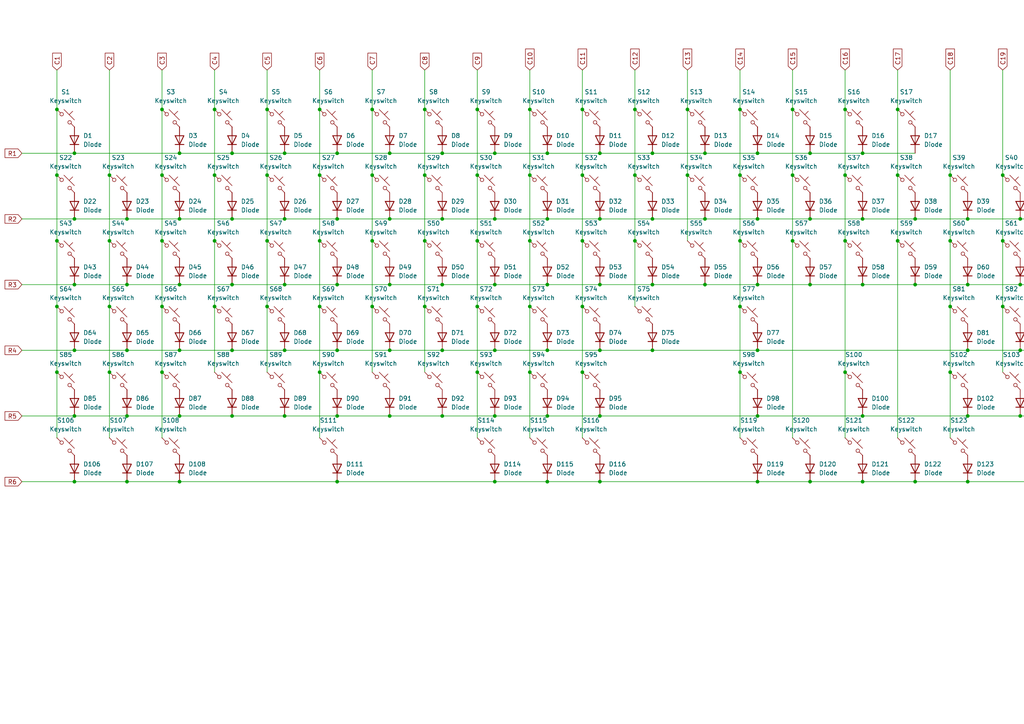
<source format=kicad_sch>
(kicad_sch (version 20250114) (generator "eeschema") (generator_version "9.0")
  (paper "A4")
  (lib_symbols
    (symbol "ScottoKeebs:Placeholder_Diode" (pin_numbers (hide yes)) (pin_names (hide yes))
      (property "Reference" "D" (at 0 2.54 0))
      (property "Value" "Diode" (at 0 -2.54 0))
      (symbol "Placeholder_Diode_1_1"
        (pin passive line (at -3.81 0 0) (length 2.54) (name "K") (number "1"))
        (pin passive line (at 3.81 0 180) (length 2.54) (name "A") (number "2"))
      )
    )
    (symbol "ScottoKeebs:Placeholder_Keyswitch" (pin_numbers (hide yes)) (pin_names (offset 1.016) (hide yes))
      (property "Reference" "S" (at 3.048 1.016 0))
      (property "Value" "Keyswitch" (at 0 -3.81 0))
      (symbol "Placeholder_Keyswitch_0_1"
        (pin passive line (at -2.54 2.54 0) (length 0) (name "1") (number "1"))
        (pin passive line (at 2.54 -2.54 180) (length 0) (name "2") (number "2"))
      )
    )
  )
  (junction (at 245.11 69.85))
  (junction (at 204.47 63.5))
  (junction (at 204.47 82.55))
  (junction (at 250.19 82.55))
  (junction (at 260.35 50.8))
  (junction (at 295.91 63.5))
  (junction (at 92.71 88.9))
  (junction (at 158.75 120.65))
  (junction (at 143.51 63.5))
  (junction (at 143.51 82.55))
  (junction (at 306.07 50.8))
  (junction (at 92.71 50.8))
  (junction (at 143.51 44.45))
  (junction (at 31.75 107.95))
  (junction (at 128.27 101.6))
  (junction (at 219.71 139.7))
  (junction (at 168.91 50.8))
  (junction (at 184.15 69.85))
  (junction (at 21.59 101.6))
  (junction (at 16.51 69.85))
  (junction (at 77.47 69.85))
  (junction (at 290.83 88.9))
  (junction (at 275.59 107.95))
  (junction (at 21.59 82.55))
  (junction (at 123.19 69.85))
  (junction (at 280.67 101.6))
  (junction (at 52.07 63.5))
  (junction (at 97.79 120.65))
  (junction (at 290.83 69.85))
  (junction (at 46.99 69.85))
  (junction (at 62.23 69.85))
  (junction (at 52.07 101.6))
  (junction (at 245.11 50.8))
  (junction (at 77.47 50.8))
  (junction (at 62.23 31.75))
  (junction (at 92.71 69.85))
  (junction (at 123.19 31.75))
  (junction (at 52.07 44.45))
  (junction (at 189.23 44.45))
  (junction (at 31.75 88.9))
  (junction (at 199.39 50.8))
  (junction (at 260.35 69.85))
  (junction (at 265.43 139.7))
  (junction (at 36.83 139.7))
  (junction (at 250.19 139.7))
  (junction (at 97.79 101.6))
  (junction (at 82.55 101.6))
  (junction (at 173.99 44.45))
  (junction (at 229.87 31.75))
  (junction (at 138.43 69.85))
  (junction (at 46.99 107.95))
  (junction (at 158.75 63.5))
  (junction (at 265.43 63.5))
  (junction (at 153.67 88.9))
  (junction (at 113.03 120.65))
  (junction (at 113.03 101.6))
  (junction (at 123.19 50.8))
  (junction (at 138.43 50.8))
  (junction (at 46.99 88.9))
  (junction (at 184.15 31.75))
  (junction (at 46.99 50.8))
  (junction (at 36.83 101.6))
  (junction (at 214.63 88.9))
  (junction (at 229.87 69.85))
  (junction (at 173.99 82.55))
  (junction (at 234.95 139.7))
  (junction (at 31.75 50.8))
  (junction (at 173.99 139.7))
  (junction (at 97.79 44.45))
  (junction (at 143.51 101.6))
  (junction (at 128.27 44.45))
  (junction (at 97.79 82.55))
  (junction (at 153.67 31.75))
  (junction (at 113.03 44.45))
  (junction (at 168.91 31.75))
  (junction (at 295.91 120.65))
  (junction (at 204.47 44.45))
  (junction (at 234.95 44.45))
  (junction (at 173.99 101.6))
  (junction (at 199.39 31.75))
  (junction (at 219.71 120.65))
  (junction (at 219.71 82.55))
  (junction (at 321.31 50.8))
  (junction (at 158.75 82.55))
  (junction (at 143.51 139.7))
  (junction (at 189.23 82.55))
  (junction (at 46.99 31.75))
  (junction (at 97.79 63.5))
  (junction (at 219.71 63.5))
  (junction (at 82.55 82.55))
  (junction (at 62.23 50.8))
  (junction (at 158.75 139.7))
  (junction (at 31.75 69.85))
  (junction (at 82.55 63.5))
  (junction (at 62.23 88.9))
  (junction (at 275.59 50.8))
  (junction (at 107.95 88.9))
  (junction (at 214.63 50.8))
  (junction (at 52.07 120.65))
  (junction (at 138.43 88.9))
  (junction (at 280.67 120.65))
  (junction (at 250.19 120.65))
  (junction (at 36.83 82.55))
  (junction (at 113.03 82.55))
  (junction (at 52.07 82.55))
  (junction (at 260.35 31.75))
  (junction (at 67.31 44.45))
  (junction (at 158.75 101.6))
  (junction (at 67.31 120.65))
  (junction (at 280.67 139.7))
  (junction (at 234.95 82.55))
  (junction (at 16.51 50.8))
  (junction (at 189.23 101.6))
  (junction (at 16.51 88.9))
  (junction (at 173.99 120.65))
  (junction (at 280.67 82.55))
  (junction (at 275.59 88.9))
  (junction (at 306.07 69.85))
  (junction (at 214.63 107.95))
  (junction (at 21.59 63.5))
  (junction (at 113.03 63.5))
  (junction (at 82.55 44.45))
  (junction (at 245.11 107.95))
  (junction (at 153.67 107.95))
  (junction (at 138.43 31.75))
  (junction (at 295.91 82.55))
  (junction (at 184.15 50.8))
  (junction (at 138.43 107.95))
  (junction (at 306.07 107.95))
  (junction (at 214.63 31.75))
  (junction (at 173.99 63.5))
  (junction (at 77.47 88.9))
  (junction (at 250.19 63.5))
  (junction (at 97.79 139.7))
  (junction (at 321.31 69.85))
  (junction (at 52.07 139.7))
  (junction (at 36.83 63.5))
  (junction (at 265.43 82.55))
  (junction (at 153.67 69.85))
  (junction (at 36.83 120.65))
  (junction (at 306.07 88.9))
  (junction (at 82.55 120.65))
  (junction (at 168.91 88.9))
  (junction (at 67.31 101.6))
  (junction (at 158.75 44.45))
  (junction (at 229.87 50.8))
  (junction (at 67.31 63.5))
  (junction (at 16.51 107.95))
  (junction (at 280.67 63.5))
  (junction (at 128.27 120.65))
  (junction (at 107.95 31.75))
  (junction (at 290.83 50.8))
  (junction (at 143.51 120.65))
  (junction (at 128.27 63.5))
  (junction (at 250.19 44.45))
  (junction (at 21.59 120.65))
  (junction (at 92.71 31.75))
  (junction (at 21.59 44.45))
  (junction (at 123.19 88.9))
  (junction (at 311.15 120.65))
  (junction (at 275.59 69.85))
  (junction (at 168.91 69.85))
  (junction (at 245.11 31.75))
  (junction (at 128.27 82.55))
  (junction (at 21.59 139.7))
  (junction (at 16.51 31.75))
  (junction (at 107.95 69.85))
  (junction (at 214.63 69.85))
  (junction (at 234.95 63.5))
  (junction (at 92.71 107.95))
  (junction (at 189.23 63.5))
  (junction (at 295.91 101.6))
  (junction (at 107.95 50.8))
  (junction (at 219.71 101.6))
  (junction (at 77.47 31.75))
  (junction (at 219.71 44.45))
  (junction (at 153.67 50.8))
  (junction (at 311.15 63.5))
  (junction (at 311.15 82.55))
  (junction (at 67.31 82.55))
  (junction (at 168.91 107.95))
  (wire (pts (xy 107.95 88.9) (xy 107.95 107.95)))
  (wire (pts (xy 204.47 63.5) (xy 219.71 63.5)))
  (wire (pts (xy 6.35 120.65) (xy 21.59 120.65)))
  (wire (pts (xy 123.19 88.9) (xy 123.19 107.95)))
  (wire (pts (xy 306.07 88.9) (xy 306.07 107.95)))
  (wire (pts (xy 46.99 88.9) (xy 46.99 107.95)))
  (wire (pts (xy 189.23 44.45) (xy 204.47 44.45)))
  (wire (pts (xy 82.55 44.45) (xy 97.79 44.45)))
  (wire (pts (xy 290.83 50.8) (xy 290.83 69.85)))
  (wire (pts (xy 234.95 63.5) (xy 250.19 63.5)))
  (wire (pts (xy 173.99 120.65) (xy 219.71 120.65)))
  (wire (pts (xy 306.07 20.32) (xy 306.07 50.8)))
  (wire (pts (xy 82.55 63.5) (xy 97.79 63.5)))
  (wire (pts (xy 107.95 50.8) (xy 107.95 69.85)))
  (wire (pts (xy 153.67 69.85) (xy 153.67 88.9)))
  (wire (pts (xy 138.43 88.9) (xy 138.43 107.95)))
  (wire (pts (xy 168.91 107.95) (xy 168.91 127)))
  (wire (pts (xy 31.75 20.32) (xy 31.75 50.8)))
  (wire (pts (xy 245.11 31.75) (xy 245.11 50.8)))
  (wire (pts (xy 311.15 63.5) (xy 326.39 63.5)))
  (wire (pts (xy 321.31 69.85) (xy 321.31 107.95)))
  (wire (pts (xy 245.11 107.95) (xy 245.11 127)))
  (wire (pts (xy 260.35 20.32) (xy 260.35 31.75)))
  (wire (pts (xy 31.75 69.85) (xy 31.75 88.9)))
  (wire (pts (xy 123.19 31.75) (xy 123.19 50.8)))
  (wire (pts (xy 219.71 44.45) (xy 234.95 44.45)))
  (wire (pts (xy 280.67 82.55) (xy 295.91 82.55)))
  (wire (pts (xy 16.51 88.9) (xy 16.51 107.95)))
  (wire (pts (xy 143.51 63.5) (xy 158.75 63.5)))
  (wire (pts (xy 21.59 101.6) (xy 36.83 101.6)))
  (wire (pts (xy 234.95 82.55) (xy 250.19 82.55)))
  (wire (pts (xy 189.23 82.55) (xy 204.47 82.55)))
  (wire (pts (xy 46.99 50.8) (xy 46.99 69.85)))
  (wire (pts (xy 123.19 20.32) (xy 123.19 31.75)))
  (wire (pts (xy 295.91 101.6) (xy 311.15 101.6)))
  (wire (pts (xy 6.35 101.6) (xy 21.59 101.6)))
  (wire (pts (xy 46.99 20.32) (xy 46.99 31.75)))
  (wire (pts (xy 31.75 88.9) (xy 31.75 107.95)))
  (wire (pts (xy 214.63 107.95) (xy 214.63 127)))
  (wire (pts (xy 173.99 139.7) (xy 219.71 139.7)))
  (wire (pts (xy 97.79 63.5) (xy 113.03 63.5)))
  (wire (pts (xy 31.75 50.8) (xy 31.75 69.85)))
  (wire (pts (xy 229.87 31.75) (xy 229.87 50.8)))
  (wire (pts (xy 67.31 120.65) (xy 82.55 120.65)))
  (wire (pts (xy 52.07 120.65) (xy 67.31 120.65)))
  (wire (pts (xy 82.55 82.55) (xy 97.79 82.55)))
  (wire (pts (xy 204.47 44.45) (xy 219.71 44.45)))
  (wire (pts (xy 138.43 69.85) (xy 138.43 88.9)))
  (wire (pts (xy 306.07 69.85) (xy 306.07 88.9)))
  (wire (pts (xy 52.07 101.6) (xy 67.31 101.6)))
  (wire (pts (xy 21.59 44.45) (xy 52.07 44.45)))
  (wire (pts (xy 62.23 88.9) (xy 62.23 107.95)))
  (wire (pts (xy 52.07 82.55) (xy 67.31 82.55)))
  (wire (pts (xy 245.11 50.8) (xy 245.11 69.85)))
  (wire (pts (xy 36.83 101.6) (xy 52.07 101.6)))
  (wire (pts (xy 82.55 101.6) (xy 97.79 101.6)))
  (wire (pts (xy 260.35 31.75) (xy 260.35 50.8)))
  (wire (pts (xy 128.27 120.65) (xy 143.51 120.65)))
  (wire (pts (xy 189.23 101.6) (xy 219.71 101.6)))
  (wire (pts (xy 229.87 20.32) (xy 229.87 31.75)))
  (wire (pts (xy 92.71 31.75) (xy 92.71 50.8)))
  (wire (pts (xy 16.51 31.75) (xy 16.51 50.8)))
  (wire (pts (xy 168.91 20.32) (xy 168.91 31.75)))
  (wire (pts (xy 260.35 69.85) (xy 260.35 127)))
  (wire (pts (xy 21.59 63.5) (xy 6.35 63.5)))
  (wire (pts (xy 290.83 20.32) (xy 290.83 50.8)))
  (wire (pts (xy 189.23 63.5) (xy 204.47 63.5)))
  (wire (pts (xy 214.63 50.8) (xy 214.63 69.85)))
  (wire (pts (xy 168.91 31.75) (xy 168.91 50.8)))
  (wire (pts (xy 153.67 50.8) (xy 153.67 69.85)))
  (wire (pts (xy 265.43 63.5) (xy 280.67 63.5)))
  (wire (pts (xy 275.59 50.8) (xy 275.59 69.85)))
  (wire (pts (xy 77.47 88.9) (xy 77.47 107.95)))
  (wire (pts (xy 16.51 69.85) (xy 16.51 88.9)))
  (wire (pts (xy 138.43 20.32) (xy 138.43 31.75)))
  (wire (pts (xy 260.35 50.8) (xy 260.35 69.85)))
  (wire (pts (xy 113.03 82.55) (xy 128.27 82.55)))
  (wire (pts (xy 143.51 82.55) (xy 158.75 82.55)))
  (wire (pts (xy 250.19 44.45) (xy 265.43 44.45)))
  (wire (pts (xy 199.39 20.32) (xy 199.39 31.75)))
  (wire (pts (xy 168.91 69.85) (xy 168.91 88.9)))
  (wire (pts (xy 173.99 63.5) (xy 189.23 63.5)))
  (wire (pts (xy 184.15 50.8) (xy 184.15 69.85)))
  (wire (pts (xy 321.31 50.8) (xy 321.31 69.85)))
  (wire (pts (xy 214.63 20.32) (xy 214.63 31.75)))
  (wire (pts (xy 46.99 31.75) (xy 46.99 50.8)))
  (wire (pts (xy 275.59 107.95) (xy 275.59 127)))
  (wire (pts (xy 52.07 44.45) (xy 67.31 44.45)))
  (wire (pts (xy 173.99 44.45) (xy 189.23 44.45)))
  (wire (pts (xy 158.75 139.7) (xy 173.99 139.7)))
  (wire (pts (xy 168.91 50.8) (xy 168.91 69.85)))
  (wire (pts (xy 265.43 82.55) (xy 280.67 82.55)))
  (wire (pts (xy 219.71 101.6) (xy 280.67 101.6)))
  (wire (pts (xy 97.79 139.7) (xy 143.51 139.7)))
  (wire (pts (xy 290.83 88.9) (xy 290.83 107.95)))
  (wire (pts (xy 153.67 31.75) (xy 153.67 50.8)))
  (wire (pts (xy 158.75 63.5) (xy 173.99 63.5)))
  (wire (pts (xy 280.67 101.6) (xy 295.91 101.6)))
  (wire (pts (xy 143.51 120.65) (xy 158.75 120.65)))
  (wire (pts (xy 214.63 31.75) (xy 214.63 50.8)))
  (wire (pts (xy 62.23 50.8) (xy 62.23 69.85)))
  (wire (pts (xy 52.07 139.7) (xy 97.79 139.7)))
  (wire (pts (xy 295.91 120.65) (xy 311.15 120.65)))
  (wire (pts (xy 306.07 107.95) (xy 306.07 127)))
  (wire (pts (xy 62.23 31.75) (xy 62.23 50.8)))
  (wire (pts (xy 107.95 69.85) (xy 107.95 88.9)))
  (wire (pts (xy 92.71 88.9) (xy 92.71 107.95)))
  (wire (pts (xy 36.83 120.65) (xy 52.07 120.65)))
  (wire (pts (xy 214.63 69.85) (xy 214.63 88.9)))
  (wire (pts (xy 158.75 101.6) (xy 173.99 101.6)))
  (wire (pts (xy 113.03 120.65) (xy 128.27 120.65)))
  (wire (pts (xy 92.71 69.85) (xy 92.71 88.9)))
  (wire (pts (xy 306.07 50.8) (xy 306.07 69.85)))
  (wire (pts (xy 153.67 107.95) (xy 153.67 127)))
  (wire (pts (xy 92.71 20.32) (xy 92.71 31.75)))
  (wire (pts (xy 92.71 107.95) (xy 92.71 127)))
  (wire (pts (xy 250.19 120.65) (xy 280.67 120.65)))
  (wire (pts (xy 21.59 82.55) (xy 36.83 82.55)))
  (wire (pts (xy 113.03 101.6) (xy 128.27 101.6)))
  (wire (pts (xy 184.15 20.32) (xy 184.15 31.75)))
  (wire (pts (xy 97.79 82.55) (xy 113.03 82.55)))
  (wire (pts (xy 46.99 69.85) (xy 46.99 88.9)))
  (wire (pts (xy 128.27 101.6) (xy 143.51 101.6)))
  (wire (pts (xy 199.39 50.8) (xy 199.39 69.85)))
  (wire (pts (xy 128.27 44.45) (xy 143.51 44.45)))
  (wire (pts (xy 97.79 101.6) (xy 113.03 101.6)))
  (wire (pts (xy 158.75 44.45) (xy 173.99 44.45)))
  (wire (pts (xy 234.95 44.45) (xy 250.19 44.45)))
  (wire (pts (xy 184.15 69.85) (xy 184.15 88.9)))
  (wire (pts (xy 36.83 63.5) (xy 52.07 63.5)))
  (wire (pts (xy 21.59 120.65) (xy 36.83 120.65)))
  (wire (pts (xy 67.31 82.55) (xy 82.55 82.55)))
  (wire (pts (xy 168.91 88.9) (xy 168.91 107.95)))
  (wire (pts (xy 295.91 82.55) (xy 311.15 82.55)))
  (wire (pts (xy 138.43 107.95) (xy 138.43 127)))
  (wire (pts (xy 250.19 139.7) (xy 265.43 139.7)))
  (wire (pts (xy 36.83 82.55) (xy 52.07 82.55)))
  (wire (pts (xy 52.07 63.5) (xy 67.31 63.5)))
  (wire (pts (xy 143.51 101.6) (xy 158.75 101.6)))
  (wire (pts (xy 234.95 139.7) (xy 250.19 139.7)))
  (wire (pts (xy 204.47 82.55) (xy 219.71 82.55)))
  (wire (pts (xy 245.11 20.32) (xy 245.11 31.75)))
  (wire (pts (xy 36.83 139.7) (xy 52.07 139.7)))
  (wire (pts (xy 21.59 139.7) (xy 36.83 139.7)))
  (wire (pts (xy 67.31 101.6) (xy 82.55 101.6)))
  (wire (pts (xy 67.31 44.45) (xy 82.55 44.45)))
  (wire (pts (xy 250.19 63.5) (xy 265.43 63.5)))
  (wire (pts (xy 97.79 120.65) (xy 113.03 120.65)))
  (wire (pts (xy 219.71 82.55) (xy 234.95 82.55)))
  (wire (pts (xy 143.51 44.45) (xy 158.75 44.45)))
  (wire (pts (xy 138.43 50.8) (xy 138.43 69.85)))
  (wire (pts (xy 82.55 120.65) (xy 97.79 120.65)))
  (wire (pts (xy 21.59 63.5) (xy 36.83 63.5)))
  (wire (pts (xy 184.15 31.75) (xy 184.15 50.8)))
  (wire (pts (xy 311.15 120.65) (xy 326.39 120.65)))
  (wire (pts (xy 77.47 20.32) (xy 77.47 31.75)))
  (wire (pts (xy 153.67 20.32) (xy 153.67 31.75)))
  (wire (pts (xy 158.75 120.65) (xy 173.99 120.65)))
  (wire (pts (xy 46.99 107.95) (xy 46.99 127)))
  (wire (pts (xy 275.59 69.85) (xy 275.59 88.9)))
  (wire (pts (xy 113.03 63.5) (xy 128.27 63.5)))
  (wire (pts (xy 214.63 88.9) (xy 214.63 107.95)))
  (wire (pts (xy 97.79 44.45) (xy 113.03 44.45)))
  (wire (pts (xy 77.47 69.85) (xy 77.47 88.9)))
  (wire (pts (xy 290.83 69.85) (xy 290.83 88.9)))
  (wire (pts (xy 321.31 20.32) (xy 321.31 50.8)))
  (wire (pts (xy 173.99 101.6) (xy 189.23 101.6)))
  (wire (pts (xy 123.19 69.85) (xy 123.19 88.9)))
  (wire (pts (xy 219.71 139.7) (xy 234.95 139.7)))
  (wire (pts (xy 250.19 82.55) (xy 265.43 82.55)))
  (wire (pts (xy 31.75 107.95) (xy 31.75 127)))
  (wire (pts (xy 280.67 120.65) (xy 295.91 120.65)))
  (wire (pts (xy 219.71 120.65) (xy 250.19 120.65)))
  (wire (pts (xy 158.75 82.55) (xy 173.99 82.55)))
  (wire (pts (xy 311.15 82.55) (xy 326.39 82.55)))
  (wire (pts (xy 6.35 139.7) (xy 21.59 139.7)))
  (wire (pts (xy 280.67 139.7) (xy 311.15 139.7)))
  (wire (pts (xy 77.47 50.8) (xy 77.47 69.85)))
  (wire (pts (xy 275.59 20.32) (xy 275.59 50.8)))
  (wire (pts (xy 16.51 107.95) (xy 16.51 127)))
  (wire (pts (xy 6.35 44.45) (xy 21.59 44.45)))
  (wire (pts (xy 173.99 82.55) (xy 189.23 82.55)))
  (wire (pts (xy 62.23 20.32) (xy 62.23 31.75)))
  (wire (pts (xy 153.67 88.9) (xy 153.67 107.95)))
  (wire (pts (xy 16.51 20.32) (xy 16.51 31.75)))
  (wire (pts (xy 6.35 82.55) (xy 21.59 82.55)))
  (wire (pts (xy 16.51 50.8) (xy 16.51 69.85)))
  (wire (pts (xy 265.43 139.7) (xy 280.67 139.7)))
  (wire (pts (xy 123.19 50.8) (xy 123.19 69.85)))
  (wire (pts (xy 229.87 50.8) (xy 229.87 69.85)))
  (wire (pts (xy 143.51 139.7) (xy 158.75 139.7)))
  (wire (pts (xy 107.95 31.75) (xy 107.95 50.8)))
  (wire (pts (xy 67.31 63.5) (xy 82.55 63.5)))
  (wire (pts (xy 280.67 63.5) (xy 295.91 63.5)))
  (wire (pts (xy 295.91 63.5) (xy 311.15 63.5)))
  (wire (pts (xy 128.27 63.5) (xy 143.51 63.5)))
  (wire (pts (xy 107.95 20.32) (xy 107.95 31.75)))
  (wire (pts (xy 245.11 69.85) (xy 245.11 107.95)))
  (wire (pts (xy 77.47 31.75) (xy 77.47 50.8)))
  (wire (pts (xy 92.71 50.8) (xy 92.71 69.85)))
  (wire (pts (xy 62.23 69.85) (xy 62.23 88.9)))
  (wire (pts (xy 138.43 31.75) (xy 138.43 50.8)))
  (wire (pts (xy 113.03 44.45) (xy 128.27 44.45)))
  (wire (pts (xy 229.87 69.85) (xy 229.87 127)))
  (wire (pts (xy 219.71 63.5) (xy 234.95 63.5)))
  (wire (pts (xy 199.39 31.75) (xy 199.39 50.8)))
  (wire (pts (xy 128.27 82.55) (xy 143.51 82.55)))
  (wire (pts (xy 275.59 88.9) (xy 275.59 107.95)))
  (global_label "C10" (shape input) (at 153.67 20.32 90) (property "Intersheetrefs" "${INTERSHEET_REFS}" (effects (hide yes))))
  (global_label "C12" (shape input) (at 184.15 20.32 90) (property "Intersheetrefs" "${INTERSHEET_REFS}" (effects (hide yes))))
  (global_label "C17" (shape input) (at 260.35 20.32 90) (property "Intersheetrefs" "${INTERSHEET_REFS}" (effects (hide yes))))
  (global_label "R5" (shape input) (at 6.35 120.65 180) (property "Intersheetrefs" "${INTERSHEET_REFS}" (effects (hide yes))))
  (global_label "R4" (shape input) (at 6.35 101.6 180) (property "Intersheetrefs" "${INTERSHEET_REFS}" (effects (hide yes))))
  (global_label "C1" (shape input) (at 16.51 20.32 90) (property "Intersheetrefs" "${INTERSHEET_REFS}" (effects (hide yes))))
  (global_label "C11" (shape input) (at 168.91 20.32 90) (property "Intersheetrefs" "${INTERSHEET_REFS}" (effects (hide yes))))
  (global_label "C5" (shape input) (at 77.47 20.32 90) (property "Intersheetrefs" "${INTERSHEET_REFS}" (effects (hide yes))))
  (global_label "C15" (shape input) (at 229.87 20.32 90) (property "Intersheetrefs" "${INTERSHEET_REFS}" (effects (hide yes))))
  (global_label "C7" (shape input) (at 107.95 20.32 90) (property "Intersheetrefs" "${INTERSHEET_REFS}" (effects (hide yes))))
  (global_label "C3" (shape input) (at 46.99 20.32 90) (property "Intersheetrefs" "${INTERSHEET_REFS}" (effects (hide yes))))
  (global_label "C19" (shape input) (at 290.83 20.32 90) (property "Intersheetrefs" "${INTERSHEET_REFS}" (effects (hide yes))))
  (global_label "C9" (shape input) (at 138.43 20.32 90) (property "Intersheetrefs" "${INTERSHEET_REFS}" (effects (hide yes))))
  (global_label "R2" (shape input) (at 6.35 63.5 180) (property "Intersheetrefs" "${INTERSHEET_REFS}" (effects (hide yes))))
  (global_label "C2" (shape input) (at 31.75 20.32 90) (property "Intersheetrefs" "${INTERSHEET_REFS}" (effects (hide yes))))
  (global_label "C6" (shape input) (at 92.71 20.32 90) (property "Intersheetrefs" "${INTERSHEET_REFS}" (effects (hide yes))))
  (global_label "C20" (shape input) (at 306.07 20.32 90) (property "Intersheetrefs" "${INTERSHEET_REFS}" (effects (hide yes))))
  (global_label "C8" (shape input) (at 123.19 20.32 90) (property "Intersheetrefs" "${INTERSHEET_REFS}" (effects (hide yes))))
  (global_label "C18" (shape input) (at 275.59 20.32 90) (property "Intersheetrefs" "${INTERSHEET_REFS}" (effects (hide yes))))
  (global_label "C21" (shape input) (at 321.31 20.32 90) (property "Intersheetrefs" "${INTERSHEET_REFS}" (effects (hide yes))))
  (global_label "C4" (shape input) (at 62.23 20.32 90) (property "Intersheetrefs" "${INTERSHEET_REFS}" (effects (hide yes))))
  (global_label "C13" (shape input) (at 199.39 20.32 90) (property "Intersheetrefs" "${INTERSHEET_REFS}" (effects (hide yes))))
  (global_label "R1" (shape input) (at 6.35 44.45 180) (property "Intersheetrefs" "${INTERSHEET_REFS}" (effects (hide yes))))
  (global_label "C14" (shape input) (at 214.63 20.32 90) (property "Intersheetrefs" "${INTERSHEET_REFS}" (effects (hide yes))))
  (global_label "R3" (shape input) (at 6.35 82.55 180) (property "Intersheetrefs" "${INTERSHEET_REFS}" (effects (hide yes))))
  (global_label "C16" (shape input) (at 245.11 20.32 90) (property "Intersheetrefs" "${INTERSHEET_REFS}" (effects (hide yes))))
  (global_label "R6" (shape input) (at 6.35 139.7 180) (property "Intersheetrefs" "${INTERSHEET_REFS}" (effects (hide yes))))
  (symbol (lib_id "ScottoKeebs:Placeholder_Diode") (at 82.55 78.74 90) (unit 1)
    (property "Reference" "D47" (at 85.09 77.4699 90) (effects (justify right)))
    (property "Value" "Diode" (at 85.09 80.0099 90) (effects (justify right)))
    (property "Footprint" "ScottoKeebs_Components:Diode_SOD-123" (effects (hide yes)))
    (property "Description" "1N4148 (DO-35) or 1N4148W (SOD-123)" (effects (hide yes)))
    (property "Sim.Device" "D" (effects (hide yes)))
    (property "Sim.Pins" "1=K 2=A" (effects (hide yes)))
  )
  (symbol (lib_id "ScottoKeebs:Placeholder_Keyswitch") (at 217.17 91.44 0) (unit 1)
    (property "Reference" "S77" (at 217.17 83.82 0))
    (property "Value" "Keyswitch" (at 217.17 86.36 0))
    (property "Footprint" "ScottoKeebs_MX:MX_PCB_2.25u" (effects (hide yes)))
    (property "Description" "Push button switch, normally open, two pins, 45° tilted" (effects (hide yes)))
  )
  (symbol (lib_id "ScottoKeebs:Placeholder_Keyswitch") (at 247.65 110.49 0) (unit 1)
    (property "Reference" "S100" (at 247.65 102.87 0))
    (property "Value" "Keyswitch" (at 247.65 105.41 0))
    (property "Footprint" "ScottoKeebs_MX:MX_PCB_1.00u" (effects (hide yes)))
    (property "Description" "Push button switch, normally open, two pins, 45° tilted" (effects (hide yes)))
  )
  (symbol (lib_id "ScottoKeebs:Placeholder_Diode") (at 97.79 59.69 90) (unit 1)
    (property "Reference" "D27" (at 100.33 58.4199 90) (effects (justify right)))
    (property "Value" "Diode" (at 100.33 60.9599 90) (effects (justify right)))
    (property "Footprint" "ScottoKeebs_Components:Diode_SOD-123" (effects (hide yes)))
    (property "Description" "1N4148 (DO-35) or 1N4148W (SOD-123)" (effects (hide yes)))
    (property "Sim.Device" "D" (effects (hide yes)))
    (property "Sim.Pins" "1=K 2=A" (effects (hide yes)))
  )
  (symbol (lib_id "ScottoKeebs:Placeholder_Diode") (at 280.67 135.89 90) (unit 1)
    (property "Reference" "D123" (at 283.21 134.6199 90) (effects (justify right)))
    (property "Value" "Diode" (at 283.21 137.1599 90) (effects (justify right)))
    (property "Footprint" "ScottoKeebs_Components:Diode_SOD-123" (effects (hide yes)))
    (property "Description" "1N4148 (DO-35) or 1N4148W (SOD-123)" (effects (hide yes)))
    (property "Sim.Device" "D" (effects (hide yes)))
    (property "Sim.Pins" "1=K 2=A" (effects (hide yes)))
  )
  (symbol (lib_id "ScottoKeebs:Placeholder_Keyswitch") (at 80.01 34.29 0) (unit 1)
    (property "Reference" "S5" (at 80.01 26.67 0))
    (property "Value" "Keyswitch" (at 80.01 29.21 0))
    (property "Footprint" "ScottoKeebs_MX:MX_PCB_1.00u" (effects (hide yes)))
    (property "Description" "Push button switch, normally open, two pins, 45° tilted" (effects (hide yes)))
  )
  (symbol (lib_id "ScottoKeebs:Placeholder_Keyswitch") (at 171.45 34.29 0) (unit 1)
    (property "Reference" "S11" (at 171.45 26.67 0))
    (property "Value" "Keyswitch" (at 171.45 29.21 0))
    (property "Footprint" "ScottoKeebs_MX:MX_PCB_1.00u" (effects (hide yes)))
    (property "Description" "Push button switch, normally open, two pins, 45° tilted" (effects (hide yes)))
  )
  (symbol (lib_id "ScottoKeebs:Placeholder_Diode") (at 295.91 97.79 90) (unit 1)
    (property "Reference" "D82" (at 298.45 96.5199 90) (effects (justify right)))
    (property "Value" "Diode" (at 298.45 99.0599 90) (effects (justify right)))
    (property "Footprint" "ScottoKeebs_Components:Diode_SOD-123" (effects (hide yes)))
    (property "Description" "1N4148 (DO-35) or 1N4148W (SOD-123)" (effects (hide yes)))
    (property "Sim.Device" "D" (effects (hide yes)))
    (property "Sim.Pins" "1=K 2=A" (effects (hide yes)))
  )
  (symbol (lib_id "ScottoKeebs:Placeholder_Diode") (at 82.55 59.69 90) (unit 1)
    (property "Reference" "D26" (at 85.09 58.4199 90) (effects (justify right)))
    (property "Value" "Diode" (at 85.09 60.9599 90) (effects (justify right)))
    (property "Footprint" "ScottoKeebs_Components:Diode_SOD-123" (effects (hide yes)))
    (property "Description" "1N4148 (DO-35) or 1N4148W (SOD-123)" (effects (hide yes)))
    (property "Sim.Device" "D" (effects (hide yes)))
    (property "Sim.Pins" "1=K 2=A" (effects (hide yes)))
  )
  (symbol (lib_id "ScottoKeebs:Placeholder_Keyswitch") (at 217.17 53.34 0) (unit 1)
    (property "Reference" "S35" (at 217.17 45.72 0))
    (property "Value" "Keyswitch" (at 217.17 48.26 0))
    (property "Footprint" "ScottoKeebs_MX:MX_PCB_2.00u" (effects (hide yes)))
    (property "Description" "Push button switch, normally open, two pins, 45° tilted" (effects (hide yes)))
  )
  (symbol (lib_id "ScottoKeebs:Placeholder_Keyswitch") (at 34.29 91.44 0) (unit 1)
    (property "Reference" "S65" (at 34.29 83.82 0))
    (property "Value" "Keyswitch" (at 34.29 86.36 0))
    (property "Footprint" "ScottoKeebs_MX:MX_PCB_1.00u" (effects (hide yes)))
    (property "Description" "Push button switch, normally open, two pins, 45° tilted" (effects (hide yes)))
  )
  (symbol (lib_id "ScottoKeebs:Placeholder_Keyswitch") (at 49.53 91.44 0) (unit 1)
    (property "Reference" "S66" (at 49.53 83.82 0))
    (property "Value" "Keyswitch" (at 49.53 86.36 0))
    (property "Footprint" "ScottoKeebs_MX:MX_PCB_1.00u" (effects (hide yes)))
    (property "Description" "Push button switch, normally open, two pins, 45° tilted" (effects (hide yes)))
  )
  (symbol (lib_id "ScottoKeebs:Placeholder_Keyswitch") (at 156.21 91.44 0) (unit 1)
    (property "Reference" "S73" (at 156.21 83.82 0))
    (property "Value" "Keyswitch" (at 156.21 86.36 0))
    (property "Footprint" "ScottoKeebs_MX:MX_PCB_1.00u" (effects (hide yes)))
    (property "Description" "Push button switch, normally open, two pins, 45° tilted" (effects (hide yes)))
  )
  (symbol (lib_id "ScottoKeebs:Placeholder_Keyswitch") (at 293.37 72.39 0) (unit 1)
    (property "Reference" "S61" (at 293.37 64.77 0))
    (property "Value" "Keyswitch" (at 293.37 67.31 0))
    (property "Footprint" "ScottoKeebs_MX:MX_PCB_1.00u" (effects (hide yes)))
    (property "Description" "Push button switch, normally open, two pins, 45° tilted" (effects (hide yes)))
  )
  (symbol (lib_id "ScottoKeebs:Placeholder_Diode") (at 21.59 135.89 90) (unit 1)
    (property "Reference" "D106" (at 24.13 134.6199 90) (effects (justify right)))
    (property "Value" "Diode" (at 24.13 137.1599 90) (effects (justify right)))
    (property "Footprint" "ScottoKeebs_Components:Diode_SOD-123" (effects (hide yes)))
    (property "Description" "1N4148 (DO-35) or 1N4148W (SOD-123)" (effects (hide yes)))
    (property "Sim.Device" "D" (effects (hide yes)))
    (property "Sim.Pins" "1=K 2=A" (effects (hide yes)))
  )
  (symbol (lib_id "ScottoKeebs:Placeholder_Keyswitch") (at 278.13 110.49 0) (unit 1)
    (property "Reference" "S102" (at 278.13 102.87 0))
    (property "Value" "Keyswitch" (at 278.13 105.41 0))
    (property "Footprint" "ScottoKeebs_MX:MX_PCB_1.00u" (effects (hide yes)))
    (property "Description" "Push button switch, normally open, two pins, 45° tilted" (effects (hide yes)))
  )
  (symbol (lib_id "ScottoKeebs:Placeholder_Keyswitch") (at 308.61 129.54 0) (unit 1)
    (property "Reference" "S125" (at 308.61 121.92 0))
    (property "Value" "Keyswitch" (at 308.61 124.46 0))
    (property "Footprint" "ScottoKeebs_MX:MX_PCB_1.00u" (effects (hide yes)))
    (property "Description" "Push button switch, normally open, two pins, 45° tilted" (effects (hide yes)))
  )
  (symbol (lib_id "ScottoKeebs:Placeholder_Keyswitch") (at 95.25 34.29 0) (unit 1)
    (property "Reference" "S6" (at 95.25 26.67 0))
    (property "Value" "Keyswitch" (at 95.25 29.21 0))
    (property "Footprint" "ScottoKeebs_MX:MX_PCB_1.00u" (effects (hide yes)))
    (property "Description" "Push button switch, normally open, two pins, 45° tilted" (effects (hide yes)))
  )
  (symbol (lib_id "ScottoKeebs:Placeholder_Diode") (at 326.39 59.69 90) (unit 1)
    (property "Reference" "D42" (at 328.93 58.4199 90) (effects (justify right)))
    (property "Value" "Diode" (at 328.93 60.9599 90) (effects (justify right)))
    (property "Footprint" "ScottoKeebs_Components:Diode_SOD-123" (effects (hide yes)))
    (property "Description" "1N4148 (DO-35) or 1N4148W (SOD-123)" (effects (hide yes)))
    (property "Sim.Device" "D" (effects (hide yes)))
    (property "Sim.Pins" "1=K 2=A" (effects (hide yes)))
  )
  (symbol (lib_id "ScottoKeebs:Placeholder_Keyswitch") (at 171.45 72.39 0) (unit 1)
    (property "Reference" "S53" (at 171.45 64.77 0))
    (property "Value" "Keyswitch" (at 171.45 67.31 0))
    (property "Footprint" "ScottoKeebs_MX:MX_PCB_1.00u" (effects (hide yes)))
    (property "Description" "Push button switch, normally open, two pins, 45° tilted" (effects (hide yes)))
  )
  (symbol (lib_id "ScottoKeebs:Placeholder_Diode") (at 280.67 78.74 90) (unit 1)
    (property "Reference" "D60" (at 283.21 77.4699 90) (effects (justify right)))
    (property "Value" "Diode" (at 283.21 80.0099 90) (effects (justify right)))
    (property "Footprint" "ScottoKeebs_Components:Diode_SOD-123" (effects (hide yes)))
    (property "Description" "1N4148 (DO-35) or 1N4148W (SOD-123)" (effects (hide yes)))
    (property "Sim.Device" "D" (effects (hide yes)))
    (property "Sim.Pins" "1=K 2=A" (effects (hide yes)))
  )
  (symbol (lib_id "ScottoKeebs:Placeholder_Diode") (at 97.79 135.89 90) (unit 1)
    (property "Reference" "D111" (at 100.33 134.6199 90) (effects (justify right)))
    (property "Value" "Diode" (at 100.33 137.1599 90) (effects (justify right)))
    (property "Footprint" "ScottoKeebs_Components:Diode_SOD-123" (effects (hide yes)))
    (property "Description" "1N4148 (DO-35) or 1N4148W (SOD-123)" (effects (hide yes)))
    (property "Sim.Device" "D" (effects (hide yes)))
    (property "Sim.Pins" "1=K 2=A" (effects (hide yes)))
  )
  (symbol (lib_id "ScottoKeebs:Placeholder_Diode") (at 280.67 116.84 90) (unit 1)
    (property "Reference" "D102" (at 283.21 115.5699 90) (effects (justify right)))
    (property "Value" "Diode" (at 283.21 118.1099 90) (effects (justify right)))
    (property "Footprint" "ScottoKeebs_Components:Diode_SOD-123" (effects (hide yes)))
    (property "Description" "1N4148 (DO-35) or 1N4148W (SOD-123)" (effects (hide yes)))
    (property "Sim.Device" "D" (effects (hide yes)))
    (property "Sim.Pins" "1=K 2=A" (effects (hide yes)))
  )
  (symbol (lib_id "ScottoKeebs:Placeholder_Diode") (at 295.91 78.74 90) (unit 1)
    (property "Reference" "D61" (at 298.45 77.4699 90) (effects (justify right)))
    (property "Value" "Diode" (at 298.45 80.0099 90) (effects (justify right)))
    (property "Footprint" "ScottoKeebs_Components:Diode_SOD-123" (effects (hide yes)))
    (property "Description" "1N4148 (DO-35) or 1N4148W (SOD-123)" (effects (hide yes)))
    (property "Sim.Device" "D" (effects (hide yes)))
    (property "Sim.Pins" "1=K 2=A" (effects (hide yes)))
  )
  (symbol (lib_id "ScottoKeebs:Placeholder_Diode") (at 113.03 116.84 90) (unit 1)
    (property "Reference" "D91" (at 115.57 115.5699 90) (effects (justify right)))
    (property "Value" "Diode" (at 115.57 118.1099 90) (effects (justify right)))
    (property "Footprint" "ScottoKeebs_Components:Diode_SOD-123" (effects (hide yes)))
    (property "Description" "1N4148 (DO-35) or 1N4148W (SOD-123)" (effects (hide yes)))
    (property "Sim.Device" "D" (effects (hide yes)))
    (property "Sim.Pins" "1=K 2=A" (effects (hide yes)))
  )
  (symbol (lib_id "ScottoKeebs:Placeholder_Diode") (at 219.71 97.79 90) (unit 1)
    (property "Reference" "D77" (at 222.25 96.5199 90) (effects (justify right)))
    (property "Value" "Diode" (at 222.25 99.0599 90) (effects (justify right)))
    (property "Footprint" "ScottoKeebs_Components:Diode_SOD-123" (effects (hide yes)))
    (property "Description" "1N4148 (DO-35) or 1N4148W (SOD-123)" (effects (hide yes)))
    (property "Sim.Device" "D" (effects (hide yes)))
    (property "Sim.Pins" "1=K 2=A" (effects (hide yes)))
  )
  (symbol (lib_id "ScottoKeebs:Placeholder_Keyswitch") (at 95.25 129.54 0) (unit 1)
    (property "Reference" "S111" (at 95.25 121.92 0))
    (property "Value" "Keyswitch" (at 95.25 124.46 0))
    (property "Footprint" "ScottoKeebs_MX:MX_PCB_6.25u" (effects (hide yes)))
    (property "Description" "Push button switch, normally open, two pins, 45° tilted" (effects (hide yes)))
  )
  (symbol (lib_id "ScottoKeebs:Placeholder_Keyswitch") (at 140.97 129.54 0) (unit 1)
    (property "Reference" "S114" (at 140.97 121.92 0))
    (property "Value" "Keyswitch" (at 140.97 124.46 0))
    (property "Footprint" "ScottoKeebs_MX:MX_PCB_1.25u" (effects (hide yes)))
    (property "Description" "Push button switch, normally open, two pins, 45° tilted" (effects (hide yes)))
  )
  (symbol (lib_id "ScottoKeebs:Placeholder_Diode") (at 189.23 40.64 90) (unit 1)
    (property "Reference" "D12" (at 191.77 39.3699 90) (effects (justify right)))
    (property "Value" "Diode" (at 191.77 41.9099 90) (effects (justify right)))
    (property "Footprint" "ScottoKeebs_Components:Diode_SOD-123" (effects (hide yes)))
    (property "Description" "1N4148 (DO-35) or 1N4148W (SOD-123)" (effects (hide yes)))
    (property "Sim.Device" "D" (effects (hide yes)))
    (property "Sim.Pins" "1=K 2=A" (effects (hide yes)))
  )
  (symbol (lib_id "ScottoKeebs:Placeholder_Keyswitch") (at 64.77 72.39 0) (unit 1)
    (property "Reference" "S46" (at 64.77 64.77 0))
    (property "Value" "Keyswitch" (at 64.77 67.31 0))
    (property "Footprint" "ScottoKeebs_MX:MX_PCB_1.00u" (effects (hide yes)))
    (property "Description" "Push button switch, normally open, two pins, 45° tilted" (effects (hide yes)))
  )
  (symbol (lib_id "ScottoKeebs:Placeholder_Diode") (at 97.79 40.64 90) (unit 1)
    (property "Reference" "D6" (at 100.33 39.3699 90) (effects (justify right)))
    (property "Value" "Diode" (at 100.33 41.9099 90) (effects (justify right)))
    (property "Footprint" "ScottoKeebs_Components:Diode_SOD-123" (effects (hide yes)))
    (property "Description" "1N4148 (DO-35) or 1N4148W (SOD-123)" (effects (hide yes)))
    (property "Sim.Device" "D" (effects (hide yes)))
    (property "Sim.Pins" "1=K 2=A" (effects (hide yes)))
  )
  (symbol (lib_id "ScottoKeebs:Placeholder_Diode") (at 311.15 135.89 90) (unit 1)
    (property "Reference" "D125" (at 313.69 134.6199 90) (effects (justify right)))
    (property "Value" "Diode" (at 313.69 137.1599 90) (effects (justify right)))
    (property "Footprint" "ScottoKeebs_Components:Diode_SOD-123" (effects (hide yes)))
    (property "Description" "1N4148 (DO-35) or 1N4148W (SOD-123)" (effects (hide yes)))
    (property "Sim.Device" "D" (effects (hide yes)))
    (property "Sim.Pins" "1=K 2=A" (effects (hide yes)))
  )
  (symbol (lib_id "ScottoKeebs:Placeholder_Diode") (at 113.03 97.79 90) (unit 1)
    (property "Reference" "D70" (at 115.57 96.5199 90) (effects (justify right)))
    (property "Value" "Diode" (at 115.57 99.0599 90) (effects (justify right)))
    (property "Footprint" "ScottoKeebs_Components:Diode_SOD-123" (effects (hide yes)))
    (property "Description" "1N4148 (DO-35) or 1N4148W (SOD-123)" (effects (hide yes)))
    (property "Sim.Device" "D" (effects (hide yes)))
    (property "Sim.Pins" "1=K 2=A" (effects (hide yes)))
  )
  (symbol (lib_id "ScottoKeebs:Placeholder_Diode") (at 82.55 40.64 90) (unit 1)
    (property "Reference" "D5" (at 85.09 39.3699 90) (effects (justify right)))
    (property "Value" "Diode" (at 85.09 41.9099 90) (effects (justify right)))
    (property "Footprint" "ScottoKeebs_Components:Diode_SOD-123" (effects (hide yes)))
    (property "Description" "1N4148 (DO-35) or 1N4148W (SOD-123)" (effects (hide yes)))
    (property "Sim.Device" "D" (effects (hide yes)))
    (property "Sim.Pins" "1=K 2=A" (effects (hide yes)))
  )
  (symbol (lib_id "ScottoKeebs:Placeholder_Keyswitch") (at 125.73 110.49 0) (unit 1)
    (property "Reference" "S92" (at 125.73 102.87 0))
    (property "Value" "Keyswitch" (at 125.73 105.41 0))
    (property "Footprint" "ScottoKeebs_MX:MX_PCB_1.00u" (effects (hide yes)))
    (property "Description" "Push button switch, normally open, two pins, 45° tilted" (effects (hide yes)))
  )
  (symbol (lib_id "ScottoKeebs:Placeholder_Keyswitch") (at 49.53 34.29 0) (unit 1)
    (property "Reference" "S3" (at 49.53 26.67 0))
    (property "Value" "Keyswitch" (at 49.53 29.21 0))
    (property "Footprint" "ScottoKeebs_MX:MX_PCB_1.00u" (effects (hide yes)))
    (property "Description" "Push button switch, normally open, two pins, 45° tilted" (effects (hide yes)))
  )
  (symbol (lib_id "ScottoKeebs:Placeholder_Diode") (at 128.27 97.79 90) (unit 1)
    (property "Reference" "D71" (at 130.81 96.5199 90) (effects (justify right)))
    (property "Value" "Diode" (at 130.81 99.0599 90) (effects (justify right)))
    (property "Footprint" "ScottoKeebs_Components:Diode_SOD-123" (effects (hide yes)))
    (property "Description" "1N4148 (DO-35) or 1N4148W (SOD-123)" (effects (hide yes)))
    (property "Sim.Device" "D" (effects (hide yes)))
    (property "Sim.Pins" "1=K 2=A" (effects (hide yes)))
  )
  (symbol (lib_id "ScottoKeebs:Placeholder_Keyswitch") (at 64.77 91.44 0) (unit 1)
    (property "Reference" "S67" (at 64.77 83.82 0))
    (property "Value" "Keyswitch" (at 64.77 86.36 0))
    (property "Footprint" "ScottoKeebs_MX:MX_PCB_1.00u" (effects (hide yes)))
    (property "Description" "Push button switch, normally open, two pins, 45° tilted" (effects (hide yes)))
  )
  (symbol (lib_id "ScottoKeebs:Placeholder_Diode") (at 326.39 116.84 90) (unit 1)
    (property "Reference" "D105" (at 328.93 115.5699 90) (effects (justify right)))
    (property "Value" "Diode" (at 328.93 118.1099 90) (effects (justify right)))
    (property "Footprint" "ScottoKeebs_Components:Diode_SOD-123" (effects (hide yes)))
    (property "Description" "1N4148 (DO-35) or 1N4148W (SOD-123)" (effects (hide yes)))
    (property "Sim.Device" "D" (effects (hide yes)))
    (property "Sim.Pins" "1=K 2=A" (effects (hide yes)))
  )
  (symbol (lib_id "ScottoKeebs:Placeholder_Diode") (at 158.75 135.89 90) (unit 1)
    (property "Reference" "D115" (at 161.29 134.6199 90) (effects (justify right)))
    (property "Value" "Diode" (at 161.29 137.1599 90) (effects (justify right)))
    (property "Footprint" "ScottoKeebs_Components:Diode_SOD-123" (effects (hide yes)))
    (property "Description" "1N4148 (DO-35) or 1N4148W (SOD-123)" (effects (hide yes)))
    (property "Sim.Device" "D" (effects (hide yes)))
    (property "Sim.Pins" "1=K 2=A" (effects (hide yes)))
  )
  (symbol (lib_id "ScottoKeebs:Placeholder_Keyswitch") (at 125.73 91.44 0) (unit 1)
    (property "Reference" "S71" (at 125.73 83.82 0))
    (property "Value" "Keyswitch" (at 125.73 86.36 0))
    (property "Footprint" "ScottoKeebs_MX:MX_PCB_1.00u" (effects (hide yes)))
    (property "Description" "Push button switch, normally open, two pins, 45° tilted" (effects (hide yes)))
  )
  (symbol (lib_id "ScottoKeebs:Placeholder_Keyswitch") (at 110.49 34.29 0) (unit 1)
    (property "Reference" "S7" (at 110.49 26.67 0))
    (property "Value" "Keyswitch" (at 110.49 29.21 0))
    (property "Footprint" "ScottoKeebs_MX:MX_PCB_1.00u" (effects (hide yes)))
    (property "Description" "Push button switch, normally open, two pins, 45° tilted" (effects (hide yes)))
  )
  (symbol (lib_id "ScottoKeebs:Placeholder_Diode") (at 280.67 59.69 90) (unit 1)
    (property "Reference" "D39" (at 283.21 58.4199 90) (effects (justify right)))
    (property "Value" "Diode" (at 283.21 60.9599 90) (effects (justify right)))
    (property "Footprint" "ScottoKeebs_Components:Diode_SOD-123" (effects (hide yes)))
    (property "Description" "1N4148 (DO-35) or 1N4148W (SOD-123)" (effects (hide yes)))
    (property "Sim.Device" "D" (effects (hide yes)))
    (property "Sim.Pins" "1=K 2=A" (effects (hide yes)))
  )
  (symbol (lib_id "ScottoKeebs:Placeholder_Diode") (at 143.51 135.89 90) (unit 1)
    (property "Reference" "D114" (at 146.05 134.6199 90) (effects (justify right)))
    (property "Value" "Diode" (at 146.05 137.1599 90) (effects (justify right)))
    (property "Footprint" "ScottoKeebs_Components:Diode_SOD-123" (effects (hide yes)))
    (property "Description" "1N4148 (DO-35) or 1N4148W (SOD-123)" (effects (hide yes)))
    (property "Sim.Device" "D" (effects (hide yes)))
    (property "Sim.Pins" "1=K 2=A" (effects (hide yes)))
  )
  (symbol (lib_id "ScottoKeebs:Placeholder_Keyswitch") (at 278.13 129.54 0) (unit 1)
    (property "Reference" "S123" (at 278.13 121.92 0))
    (property "Value" "Keyswitch" (at 278.13 124.46 0))
    (property "Footprint" "ScottoKeebs_MX:MX_PCB_2.00u" (effects (hide yes)))
    (property "Description" "Push button switch, normally open, two pins, 45° tilted" (effects (hide yes)))
  )
  (symbol (lib_id "ScottoKeebs:Placeholder_Keyswitch") (at 19.05 129.54 0) (unit 1)
    (property "Reference" "S106" (at 19.05 121.92 0))
    (property "Value" "Keyswitch" (at 19.05 124.46 0))
    (property "Footprint" "ScottoKeebs_MX:MX_PCB_1.25u" (effects (hide yes)))
    (property "Description" "Push button switch, normally open, two pins, 45° tilted" (effects (hide yes)))
  )
  (symbol (lib_id "ScottoKeebs:Placeholder_Diode") (at 173.99 97.79 90) (unit 1)
    (property "Reference" "D74" (at 176.53 96.5199 90) (effects (justify right)))
    (property "Value" "Diode" (at 176.53 99.0599 90) (effects (justify right)))
    (property "Footprint" "ScottoKeebs_Components:Diode_SOD-123" (effects (hide yes)))
    (property "Description" "1N4148 (DO-35) or 1N4148W (SOD-123)" (effects (hide yes)))
    (property "Sim.Device" "D" (effects (hide yes)))
    (property "Sim.Pins" "1=K 2=A" (effects (hide yes)))
  )
  (symbol (lib_id "ScottoKeebs:Placeholder_Diode") (at 158.75 40.64 90) (unit 1)
    (property "Reference" "D10" (at 161.29 39.3699 90) (effects (justify right)))
    (property "Value" "Diode" (at 161.29 41.9099 90) (effects (justify right)))
    (property "Footprint" "ScottoKeebs_Components:Diode_SOD-123" (effects (hide yes)))
    (property "Description" "1N4148 (DO-35) or 1N4148W (SOD-123)" (effects (hide yes)))
    (property "Sim.Device" "D" (effects (hide yes)))
    (property "Sim.Pins" "1=K 2=A" (effects (hide yes)))
  )
  (symbol (lib_id "ScottoKeebs:Placeholder_Diode") (at 21.59 97.79 90) (unit 1)
    (property "Reference" "D64" (at 24.13 96.5199 90) (effects (justify right)))
    (property "Value" "Diode" (at 24.13 99.0599 90) (effects (justify right)))
    (property "Footprint" "ScottoKeebs_Components:Diode_SOD-123" (effects (hide yes)))
    (property "Description" "1N4148 (DO-35) or 1N4148W (SOD-123)" (effects (hide yes)))
    (property "Sim.Device" "D" (effects (hide yes)))
    (property "Sim.Pins" "1=K 2=A" (effects (hide yes)))
  )
  (symbol (lib_id "ScottoKeebs:Placeholder_Diode") (at 158.75 97.79 90) (unit 1)
    (property "Reference" "D73" (at 161.29 96.5199 90) (effects (justify right)))
    (property "Value" "Diode" (at 161.29 99.0599 90) (effects (justify right)))
    (property "Footprint" "ScottoKeebs_Components:Diode_SOD-123" (effects (hide yes)))
    (property "Description" "1N4148 (DO-35) or 1N4148W (SOD-123)" (effects (hide yes)))
    (property "Sim.Device" "D" (effects (hide yes)))
    (property "Sim.Pins" "1=K 2=A" (effects (hide yes)))
  )
  (symbol (lib_id "ScottoKeebs:Placeholder_Keyswitch") (at 125.73 53.34 0) (unit 1)
    (property "Reference" "S29" (at 125.73 45.72 0))
    (property "Value" "Keyswitch" (at 125.73 48.26 0))
    (property "Footprint" "ScottoKeebs_MX:MX_PCB_1.00u" (effects (hide yes)))
    (property "Description" "Push button switch, normally open, two pins, 45° tilted" (effects (hide yes)))
  )
  (symbol (lib_id "ScottoKeebs:Placeholder_Keyswitch") (at 323.85 110.49 0) (unit 1)
    (property "Reference" "S105" (at 323.85 102.87 0))
    (property "Value" "Keyswitch" (at 323.85 105.41 0))
    (property "Footprint" "ScottoKeebs_MX:MX_PCB_2.00u_90deg" (effects (hide yes)))
    (property "Description" "Push button switch, normally open, two pins, 45° tilted" (effects (hide yes)))
  )
  (symbol (lib_id "ScottoKeebs:Placeholder_Keyswitch") (at 140.97 34.29 0) (unit 1)
    (property "Reference" "S9" (at 140.97 26.67 0))
    (property "Value" "Keyswitch" (at 140.97 29.21 0))
    (property "Footprint" "ScottoKeebs_MX:MX_PCB_1.00u" (effects (hide yes)))
    (property "Description" "Push button switch, normally open, two pins, 45° tilted" (effects (hide yes)))
  )
  (symbol (lib_id "ScottoKeebs:Placeholder_Keyswitch") (at 323.85 53.34 0) (unit 1)
    (property "Reference" "S42" (at 323.85 45.72 0))
    (property "Value" "Keyswitch" (at 323.85 48.26 0))
    (property "Footprint" "ScottoKeebs_MX:MX_PCB_1.00u" (effects (hide yes)))
    (property "Description" "Push button switch, normally open, two pins, 45° tilted" (effects (hide yes)))
  )
  (symbol (lib_id "ScottoKeebs:Placeholder_Keyswitch") (at 217.17 72.39 0) (unit 1)
    (property "Reference" "S56" (at 217.17 64.77 0))
    (property "Value" "Keyswitch" (at 217.17 67.31 0))
    (property "Footprint" "ScottoKeebs_MX:MX_PCB_1.50u" (effects (hide yes)))
    (property "Description" "Push button switch, normally open, two pins, 45° tilted" (effects (hide yes)))
  )
  (symbol (lib_id "ScottoKeebs:Placeholder_Diode") (at 52.07 40.64 90) (unit 1)
    (property "Reference" "D3" (at 54.61 39.3699 90) (effects (justify right)))
    (property "Value" "Diode" (at 54.61 41.9099 90) (effects (justify right)))
    (property "Footprint" "ScottoKeebs_Components:Diode_SOD-123" (effects (hide yes)))
    (property "Description" "1N4148 (DO-35) or 1N4148W (SOD-123)" (effects (hide yes)))
    (property "Sim.Device" "D" (effects (hide yes)))
    (property "Sim.Pins" "1=K 2=A" (effects (hide yes)))
  )
  (symbol (lib_id "ScottoKeebs:Placeholder_Keyswitch") (at 19.05 110.49 0) (unit 1)
    (property "Reference" "S85" (at 19.05 102.87 0))
    (property "Value" "Keyswitch" (at 19.05 105.41 0))
    (property "Footprint" "ScottoKeebs_MX:MX_PCB_2.25u" (effects (hide yes)))
    (property "Description" "Push button switch, normally open, two pins, 45° tilted" (effects (hide yes)))
  )
  (symbol (lib_id "ScottoKeebs:Placeholder_Keyswitch") (at 171.45 110.49 0) (unit 1)
    (property "Reference" "S95" (at 171.45 102.87 0))
    (property "Value" "Keyswitch" (at 171.45 105.41 0))
    (property "Footprint" "ScottoKeebs_MX:MX_PCB_1.00u" (effects (hide yes)))
    (property "Description" "Push button switch, normally open, two pins, 45° tilted" (effects (hide yes)))
  )
  (symbol (lib_id "ScottoKeebs:Placeholder_Diode") (at 173.99 40.64 90) (unit 1)
    (property "Reference" "D11" (at 176.53 39.3699 90) (effects (justify right)))
    (property "Value" "Diode" (at 176.53 41.9099 90) (effects (justify right)))
    (property "Footprint" "ScottoKeebs_Components:Diode_SOD-123" (effects (hide yes)))
    (property "Description" "1N4148 (DO-35) or 1N4148W (SOD-123)" (effects (hide yes)))
    (property "Sim.Device" "D" (effects (hide yes)))
    (property "Sim.Pins" "1=K 2=A" (effects (hide yes)))
  )
  (symbol (lib_id "ScottoKeebs:Placeholder_Diode") (at 52.07 97.79 90) (unit 1)
    (property "Reference" "D66" (at 54.61 96.5199 90) (effects (justify right)))
    (property "Value" "Diode" (at 54.61 99.0599 90) (effects (justify right)))
    (property "Footprint" "ScottoKeebs_Components:Diode_SOD-123" (effects (hide yes)))
    (property "Description" "1N4148 (DO-35) or 1N4148W (SOD-123)" (effects (hide yes)))
    (property "Sim.Device" "D" (effects (hide yes)))
    (property "Sim.Pins" "1=K 2=A" (effects (hide yes)))
  )
  (symbol (lib_id "ScottoKeebs:Placeholder_Keyswitch") (at 34.29 72.39 0) (unit 1)
    (property "Reference" "S44" (at 34.29 64.77 0))
    (property "Value" "Keyswitch" (at 34.29 67.31 0))
    (property "Footprint" "ScottoKeebs_MX:MX_PCB_1.00u" (effects (hide yes)))
    (property "Description" "Push button switch, normally open, two pins, 45° tilted" (effects (hide yes)))
  )
  (symbol (lib_id "ScottoKeebs:Placeholder_Diode") (at 52.07 59.69 90) (unit 1)
    (property "Reference" "D24" (at 54.61 58.4199 90) (effects (justify right)))
    (property "Value" "Diode" (at 54.61 60.9599 90) (effects (justify right)))
    (property "Footprint" "ScottoKeebs_Components:Diode_SOD-123" (effects (hide yes)))
    (property "Description" "1N4148 (DO-35) or 1N4148W (SOD-123)" (effects (hide yes)))
    (property "Sim.Device" "D" (effects (hide yes)))
    (property "Sim.Pins" "1=K 2=A" (effects (hide yes)))
  )
  (symbol (lib_id "ScottoKeebs:Placeholder_Diode") (at 219.71 116.84 90) (unit 1)
    (property "Reference" "D98" (at 222.25 115.5699 90) (effects (justify right)))
    (property "Value" "Diode" (at 222.25 118.1099 90) (effects (justify right)))
    (property "Footprint" "ScottoKeebs_Components:Diode_SOD-123" (effects (hide yes)))
    (property "Description" "1N4148 (DO-35) or 1N4148W (SOD-123)" (effects (hide yes)))
    (property "Sim.Device" "D" (effects (hide yes)))
    (property "Sim.Pins" "1=K 2=A" (effects (hide yes)))
  )
  (symbol (lib_id "ScottoKeebs:Placeholder_Diode") (at 280.67 97.79 90) (unit 1)
    (property "Reference" "D81" (at 283.21 96.5199 90) (effects (justify right)))
    (property "Value" "Diode" (at 283.21 99.0599 90) (effects (justify right)))
    (property "Footprint" "ScottoKeebs_Components:Diode_SOD-123" (effects (hide yes)))
    (property "Description" "1N4148 (DO-35) or 1N4148W (SOD-123)" (effects (hide yes)))
    (property "Sim.Device" "D" (effects (hide yes)))
    (property "Sim.Pins" "1=K 2=A" (effects (hide yes)))
  )
  (symbol (lib_id "ScottoKeebs:Placeholder_Diode") (at 265.43 40.64 90) (unit 1)
    (property "Reference" "D17" (at 267.97 39.3699 90) (effects (justify right)))
    (property "Value" "Diode" (at 267.97 41.9099 90) (effects (justify right)))
    (property "Footprint" "ScottoKeebs_Components:Diode_SOD-123" (effects (hide yes)))
    (property "Description" "1N4148 (DO-35) or 1N4148W (SOD-123)" (effects (hide yes)))
    (property "Sim.Device" "D" (effects (hide yes)))
    (property "Sim.Pins" "1=K 2=A" (effects (hide yes)))
  )
  (symbol (lib_id "ScottoKeebs:Placeholder_Diode") (at 143.51 40.64 90) (unit 1)
    (property "Reference" "D9" (at 146.05 39.3699 90) (effects (justify right)))
    (property "Value" "Diode" (at 146.05 41.9099 90) (effects (justify right)))
    (property "Footprint" "ScottoKeebs_Components:Diode_SOD-123" (effects (hide yes)))
    (property "Description" "1N4148 (DO-35) or 1N4148W (SOD-123)" (effects (hide yes)))
    (property "Sim.Device" "D" (effects (hide yes)))
    (property "Sim.Pins" "1=K 2=A" (effects (hide yes)))
  )
  (symbol (lib_id "ScottoKeebs:Placeholder_Diode") (at 36.83 78.74 90) (unit 1)
    (property "Reference" "D44" (at 39.37 77.4699 90) (effects (justify right)))
    (property "Value" "Diode" (at 39.37 80.0099 90) (effects (justify right)))
    (property "Footprint" "ScottoKeebs_Components:Diode_SOD-123" (effects (hide yes)))
    (property "Description" "1N4148 (DO-35) or 1N4148W (SOD-123)" (effects (hide yes)))
    (property "Sim.Device" "D" (effects (hide yes)))
    (property "Sim.Pins" "1=K 2=A" (effects (hide yes)))
  )
  (symbol (lib_id "ScottoKeebs:Placeholder_Keyswitch") (at 323.85 72.39 0) (unit 1)
    (property "Reference" "S63" (at 323.85 64.77 0))
    (property "Value" "Keyswitch" (at 323.85 67.31 0))
    (property "Footprint" "ScottoKeebs_MX:MX_PCB_2.00u_90deg" (effects (hide yes)))
    (property "Description" "Push button switch, normally open, two pins, 45° tilted" (effects (hide yes)))
  )
  (symbol (lib_id "ScottoKeebs:Placeholder_Keyswitch") (at 80.01 91.44 0) (unit 1)
    (property "Reference" "S68" (at 80.01 83.82 0))
    (property "Value" "Keyswitch" (at 80.01 86.36 0))
    (property "Footprint" "ScottoKeebs_MX:MX_PCB_1.00u" (effects (hide yes)))
    (property "Description" "Push button switch, normally open, two pins, 45° tilted" (effects (hide yes)))
  )
  (symbol (lib_id "ScottoKeebs:Placeholder_Diode") (at 67.31 78.74 90) (unit 1)
    (property "Reference" "D46" (at 69.85 77.4699 90) (effects (justify right)))
    (property "Value" "Diode" (at 69.85 80.0099 90) (effects (justify right)))
    (property "Footprint" "ScottoKeebs_Components:Diode_SOD-123" (effects (hide yes)))
    (property "Description" "1N4148 (DO-35) or 1N4148W (SOD-123)" (effects (hide yes)))
    (property "Sim.Device" "D" (effects (hide yes)))
    (property "Sim.Pins" "1=K 2=A" (effects (hide yes)))
  )
  (symbol (lib_id "ScottoKeebs:Placeholder_Keyswitch") (at 49.53 129.54 0) (unit 1)
    (property "Reference" "S108" (at 49.53 121.92 0))
    (property "Value" "Keyswitch" (at 49.53 124.46 0))
    (property "Footprint" "ScottoKeebs_MX:MX_PCB_1.25u" (effects (hide yes)))
    (property "Description" "Push button switch, normally open, two pins, 45° tilted" (effects (hide yes)))
  )
  (symbol (lib_id "ScottoKeebs:Placeholder_Diode") (at 143.51 97.79 90) (unit 1)
    (property "Reference" "D72" (at 146.05 96.5199 90) (effects (justify right)))
    (property "Value" "Diode" (at 146.05 99.0599 90) (effects (justify right)))
    (property "Footprint" "ScottoKeebs_Components:Diode_SOD-123" (effects (hide yes)))
    (property "Description" "1N4148 (DO-35) or 1N4148W (SOD-123)" (effects (hide yes)))
    (property "Sim.Device" "D" (effects (hide yes)))
    (property "Sim.Pins" "1=K 2=A" (effects (hide yes)))
  )
  (symbol (lib_id "ScottoKeebs:Placeholder_Diode") (at 36.83 116.84 90) (unit 1)
    (property "Reference" "D86" (at 39.37 115.5699 90) (effects (justify right)))
    (property "Value" "Diode" (at 39.37 118.1099 90) (effects (justify right)))
    (property "Footprint" "ScottoKeebs_Components:Diode_SOD-123" (effects (hide yes)))
    (property "Description" "1N4148 (DO-35) or 1N4148W (SOD-123)" (effects (hide yes)))
    (property "Sim.Device" "D" (effects (hide yes)))
    (property "Sim.Pins" "1=K 2=A" (effects (hide yes)))
  )
  (symbol (lib_id "ScottoKeebs:Placeholder_Keyswitch") (at 171.45 129.54 0) (unit 1)
    (property "Reference" "S116" (at 171.45 121.92 0))
    (property "Value" "Keyswitch" (at 171.45 124.46 0))
    (property "Footprint" "ScottoKeebs_MX:MX_PCB_1.25u" (effects (hide yes)))
    (property "Description" "Push button switch, normally open, two pins, 45° tilted" (effects (hide yes)))
  )
  (symbol (lib_id "ScottoKeebs:Placeholder_Diode") (at 173.99 78.74 90) (unit 1)
    (property "Reference" "D53" (at 176.53 77.4699 90) (effects (justify right)))
    (property "Value" "Diode" (at 176.53 80.0099 90) (effects (justify right)))
    (property "Footprint" "ScottoKeebs_Components:Diode_SOD-123" (effects (hide yes)))
    (property "Description" "1N4148 (DO-35) or 1N4148W (SOD-123)" (effects (hide yes)))
    (property "Sim.Device" "D" (effects (hide yes)))
    (property "Sim.Pins" "1=K 2=A" (effects (hide yes)))
  )
  (symbol (lib_id "ScottoKeebs:Placeholder_Keyswitch") (at 247.65 72.39 0) (unit 1)
    (property "Reference" "S58" (at 247.65 64.77 0))
    (property "Value" "Keyswitch" (at 247.65 67.31 0))
    (property "Footprint" "ScottoKeebs_MX:MX_PCB_1.00u" (effects (hide yes)))
    (property "Description" "Push button switch, normally open, two pins, 45° tilted" (effects (hide yes)))
  )
  (symbol (lib_id "ScottoKeebs:Placeholder_Keyswitch") (at 110.49 91.44 0) (unit 1)
    (property "Reference" "S70" (at 110.49 83.82 0))
    (property "Value" "Keyswitch" (at 110.49 86.36 0))
    (property "Footprint" "ScottoKeebs_MX:MX_PCB_1.00u" (effects (hide yes)))
    (property "Description" "Push button switch, normally open, two pins, 45° tilted" (effects (hide yes)))
  )
  (symbol (lib_id "ScottoKeebs:Placeholder_Diode") (at 311.15 97.79 90) (unit 1)
    (property "Reference" "D83" (at 313.69 96.5199 90) (effects (justify right)))
    (property "Value" "Diode" (at 313.69 99.0599 90) (effects (justify right)))
    (property "Footprint" "ScottoKeebs_Components:Diode_SOD-123" (effects (hide yes)))
    (property "Description" "1N4148 (DO-35) or 1N4148W (SOD-123)" (effects (hide yes)))
    (property "Sim.Device" "D" (effects (hide yes)))
    (property "Sim.Pins" "1=K 2=A" (effects (hide yes)))
  )
  (symbol (lib_id "ScottoKeebs:Placeholder_Keyswitch") (at 95.25 53.34 0) (unit 1)
    (property "Reference" "S27" (at 95.25 45.72 0))
    (property "Value" "Keyswitch" (at 95.25 48.26 0))
    (property "Footprint" "ScottoKeebs_MX:MX_PCB_1.00u" (effects (hide yes)))
    (property "Description" "Push button switch, normally open, two pins, 45° tilted" (effects (hide yes)))
  )
  (symbol (lib_id "ScottoKeebs:Placeholder_Diode") (at 21.59 40.64 90) (unit 1)
    (property "Reference" "D1" (at 24.13 39.3699 90) (effects (justify right)))
    (property "Value" "Diode" (at 24.13 41.9099 90) (effects (justify right)))
    (property "Footprint" "ScottoKeebs_Components:Diode_SOD-123" (effects (hide yes)))
    (property "Description" "1N4148 (DO-35) or 1N4148W (SOD-123)" (effects (hide yes)))
    (property "Sim.Device" "D" (effects (hide yes)))
    (property "Sim.Pins" "1=K 2=A" (effects (hide yes)))
  )
  (symbol (lib_id "ScottoKeebs:Placeholder_Keyswitch") (at 34.29 129.54 0) (unit 1)
    (property "Reference" "S107" (at 34.29 121.92 0))
    (property "Value" "Keyswitch" (at 34.29 124.46 0))
    (property "Footprint" "ScottoKeebs_MX:MX_PCB_1.25u" (effects (hide yes)))
    (property "Description" "Push button switch, normally open, two pins, 45° tilted" (effects (hide yes)))
  )
  (symbol (lib_id "ScottoKeebs:Placeholder_Keyswitch") (at 308.61 110.49 0) (unit 1)
    (property "Reference" "S104" (at 308.61 102.87 0))
    (property "Value" "Keyswitch" (at 308.61 105.41 0))
    (property "Footprint" "ScottoKeebs_MX:MX_PCB_1.00u" (effects (hide yes)))
    (property "Description" "Push button switch, normally open, two pins, 45° tilted" (effects (hide yes)))
  )
  (symbol (lib_id "ScottoKeebs:Placeholder_Diode") (at 250.19 59.69 90) (unit 1)
    (property "Reference" "D37" (at 252.73 58.4199 90) (effects (justify right)))
    (property "Value" "Diode" (at 252.73 60.9599 90) (effects (justify right)))
    (property "Footprint" "ScottoKeebs_Components:Diode_SOD-123" (effects (hide yes)))
    (property "Description" "1N4148 (DO-35) or 1N4148W (SOD-123)" (effects (hide yes)))
    (property "Sim.Device" "D" (effects (hide yes)))
    (property "Sim.Pins" "1=K 2=A" (effects (hide yes)))
  )
  (symbol (lib_id "ScottoKeebs:Placeholder_Diode") (at 36.83 135.89 90) (unit 1)
    (property "Reference" "D107" (at 39.37 134.6199 90) (effects (justify right)))
    (property "Value" "Diode" (at 39.37 137.1599 90) (effects (justify right)))
    (property "Footprint" "ScottoKeebs_Components:Diode_SOD-123" (effects (hide yes)))
    (property "Description" "1N4148 (DO-35) or 1N4148W (SOD-123)" (effects (hide yes)))
    (property "Sim.Device" "D" (effects (hide yes)))
    (property "Sim.Pins" "1=K 2=A" (effects (hide yes)))
  )
  (symbol (lib_id "ScottoKeebs:Placeholder_Keyswitch") (at 156.21 34.29 0) (unit 1)
    (property "Reference" "S10" (at 156.21 26.67 0))
    (property "Value" "Keyswitch" (at 156.21 29.21 0))
    (property "Footprint" "ScottoKeebs_MX:MX_PCB_1.00u" (effects (hide yes)))
    (property "Description" "Push button switch, normally open, two pins, 45° tilted" (effects (hide yes)))
  )
  (symbol (lib_id "ScottoKeebs:Placeholder_Diode") (at 158.75 59.69 90) (unit 1)
    (property "Reference" "D31" (at 161.29 58.4199 90) (effects (justify right)))
    (property "Value" "Diode" (at 161.29 60.9599 90) (effects (justify right)))
    (property "Footprint" "ScottoKeebs_Components:Diode_SOD-123" (effects (hide yes)))
    (property "Description" "1N4148 (DO-35) or 1N4148W (SOD-123)" (effects (hide yes)))
    (property "Sim.Device" "D" (effects (hide yes)))
    (property "Sim.Pins" "1=K 2=A" (effects (hide yes)))
  )
  (symbol (lib_id "ScottoKeebs:Placeholder_Diode") (at 189.23 59.69 90) (unit 1)
    (property "Reference" "D33" (at 191.77 58.4199 90) (effects (justify right)))
    (property "Value" "Diode" (at 191.77 60.9599 90) (effects (justify right)))
    (property "Footprint" "ScottoKeebs_Components:Diode_SOD-123" (effects (hide yes)))
    (property "Description" "1N4148 (DO-35) or 1N4148W (SOD-123)" (effects (hide yes)))
    (property "Sim.Device" "D" (effects (hide yes)))
    (property "Sim.Pins" "1=K 2=A" (effects (hide yes)))
  )
  (symbol (lib_id "ScottoKeebs:Placeholder_Keyswitch") (at 186.69 91.44 0) (unit 1)
    (property "Reference" "S75" (at 186.69 83.82 0))
    (property "Value" "Keyswitch" (at 186.69 86.36 0))
    (property "Footprint" "ScottoKeebs_MX:MX_PCB_1.00u" (effects (hide yes)))
    (property "Description" "Push button switch, normally open, two pins, 45° tilted" (effects (hide yes)))
  )
  (symbol (lib_id "ScottoKeebs:Placeholder_Keyswitch") (at 19.05 53.34 0) (unit 1)
    (property "Reference" "S22" (at 19.05 45.72 0))
    (property "Value" "Keyswitch" (at 19.05 48.26 0))
    (property "Footprint" "ScottoKeebs_MX:MX_PCB_1.00u" (effects (hide yes)))
    (property "Description" "Push button switch, normally open, two pins, 45° tilted" (effects (hide yes)))
  )
  (symbol (lib_id "ScottoKeebs:Placeholder_Keyswitch") (at 140.97 91.44 0) (unit 1)
    (property "Reference" "S72" (at 140.97 83.82 0))
    (property "Value" "Keyswitch" (at 140.97 86.36 0))
    (property "Footprint" "ScottoKeebs_MX:MX_PCB_1.00u" (effects (hide yes)))
    (property "Description" "Push button switch, normally open, two pins, 45° tilted" (effects (hide yes)))
  )
  (symbol (lib_id "ScottoKeebs:Placeholder_Diode") (at 295.91 116.84 90) (unit 1)
    (property "Reference" "D103" (at 298.45 115.5699 90) (effects (justify right)))
    (property "Value" "Diode" (at 298.45 118.1099 90) (effects (justify right)))
    (property "Footprint" "ScottoKeebs_Components:Diode_SOD-123" (effects (hide yes)))
    (property "Description" "1N4148 (DO-35) or 1N4148W (SOD-123)" (effects (hide yes)))
    (property "Sim.Device" "D" (effects (hide yes)))
    (property "Sim.Pins" "1=K 2=A" (effects (hide yes)))
  )
  (symbol (lib_id "ScottoKeebs:Placeholder_Keyswitch") (at 80.01 53.34 0) (unit 1)
    (property "Reference" "S26" (at 80.01 45.72 0))
    (property "Value" "Keyswitch" (at 80.01 48.26 0))
    (property "Footprint" "ScottoKeebs_MX:MX_PCB_1.00u" (effects (hide yes)))
    (property "Description" "Push button switch, normally open, two pins, 45° tilted" (effects (hide yes)))
  )
  (symbol (lib_id "ScottoKeebs:Placeholder_Diode") (at 234.95 78.74 90) (unit 1)
    (property "Reference" "D57" (at 237.49 77.4699 90) (effects (justify right)))
    (property "Value" "Diode" (at 237.49 80.0099 90) (effects (justify right)))
    (property "Footprint" "ScottoKeebs_Components:Diode_SOD-123" (effects (hide yes)))
    (property "Description" "1N4148 (DO-35) or 1N4148W (SOD-123)" (effects (hide yes)))
    (property "Sim.Device" "D" (effects (hide yes)))
    (property "Sim.Pins" "1=K 2=A" (effects (hide yes)))
  )
  (symbol (lib_id "ScottoKeebs:Placeholder_Diode") (at 173.99 135.89 90) (unit 1)
    (property "Reference" "D116" (at 176.53 134.6199 90) (effects (justify right)))
    (property "Value" "Diode" (at 176.53 137.1599 90) (effects (justify right)))
    (property "Footprint" "ScottoKeebs_Components:Diode_SOD-123" (effects (hide yes)))
    (property "Description" "1N4148 (DO-35) or 1N4148W (SOD-123)" (effects (hide yes)))
    (property "Sim.Device" "D" (effects (hide yes)))
    (property "Sim.Pins" "1=K 2=A" (effects (hide yes)))
  )
  (symbol (lib_id "ScottoKeebs:Placeholder_Keyswitch") (at 110.49 110.49 0) (unit 1)
    (property "Reference" "S91" (at 110.49 102.87 0))
    (property "Value" "Keyswitch" (at 110.49 105.41 0))
    (property "Footprint" "ScottoKeebs_MX:MX_PCB_1.00u" (effects (hide yes)))
    (property "Description" "Push button switch, normally open, two pins, 45° tilted" (effects (hide yes)))
  )
  (symbol (lib_id "ScottoKeebs:Placeholder_Keyswitch") (at 247.65 53.34 0) (unit 1)
    (property "Reference" "S37" (at 247.65 45.72 0))
    (property "Value" "Keyswitch" (at 247.65 48.26 0))
    (property "Footprint" "ScottoKeebs_MX:MX_PCB_1.00u" (effects (hide yes)))
    (property "Description" "Push button switch, normally open, two pins, 45° tilted" (effects (hide yes)))
  )
  (symbol (lib_id "ScottoKeebs:Placeholder_Keyswitch") (at 262.89 53.34 0) (unit 1)
    (property "Reference" "S38" (at 262.89 45.72 0))
    (property "Value" "Keyswitch" (at 262.89 48.26 0))
    (property "Footprint" "ScottoKeebs_MX:MX_PCB_1.00u" (effects (hide yes)))
    (property "Description" "Push button switch, normally open, two pins, 45° tilted" (effects (hide yes)))
  )
  (symbol (lib_id "ScottoKeebs:Placeholder_Keyswitch") (at 247.65 129.54 0) (unit 1)
    (property "Reference" "S121" (at 247.65 121.92 0))
    (property "Value" "Keyswitch" (at 247.65 124.46 0))
    (property "Footprint" "ScottoKeebs_MX:MX_PCB_1.00u" (effects (hide yes)))
    (property "Description" "Push button switch, normally open, two pins, 45° tilted" (effects (hide yes)))
  )
  (symbol (lib_id "ScottoKeebs:Placeholder_Diode") (at 52.07 116.84 90) (unit 1)
    (property "Reference" "D87" (at 54.61 115.5699 90) (effects (justify right)))
    (property "Value" "Diode" (at 54.61 118.1099 90) (effects (justify right)))
    (property "Footprint" "ScottoKeebs_Components:Diode_SOD-123" (effects (hide yes)))
    (property "Description" "1N4148 (DO-35) or 1N4148W (SOD-123)" (effects (hide yes)))
    (property "Sim.Device" "D" (effects (hide yes)))
    (property "Sim.Pins" "1=K 2=A" (effects (hide yes)))
  )
  (symbol (lib_id "ScottoKeebs:Placeholder_Diode") (at 143.51 78.74 90) (unit 1)
    (property "Reference" "D51" (at 146.05 77.4699 90) (effects (justify right)))
    (property "Value" "Diode" (at 146.05 80.0099 90) (effects (justify right)))
    (property "Footprint" "ScottoKeebs_Components:Diode_SOD-123" (effects (hide yes)))
    (property "Description" "1N4148 (DO-35) or 1N4148W (SOD-123)" (effects (hide yes)))
    (property "Sim.Device" "D" (effects (hide yes)))
    (property "Sim.Pins" "1=K 2=A" (effects (hide yes)))
  )
  (symbol (lib_id "ScottoKeebs:Placeholder_Keyswitch") (at 125.73 34.29 0) (unit 1)
    (property "Reference" "S8" (at 125.73 26.67 0))
    (property "Value" "Keyswitch" (at 125.73 29.21 0))
    (property "Footprint" "ScottoKeebs_MX:MX_PCB_1.00u" (effects (hide yes)))
    (property "Description" "Push button switch, normally open, two pins, 45° tilted" (effects (hide yes)))
  )
  (symbol (lib_id "ScottoKeebs:Placeholder_Keyswitch") (at 64.77 53.34 0) (unit 1)
    (property "Reference" "S25" (at 64.77 45.72 0))
    (property "Value" "Keyswitch" (at 64.77 48.26 0))
    (property "Footprint" "ScottoKeebs_MX:MX_PCB_1.00u" (effects (hide yes)))
    (property "Description" "Push button switch, normally open, two pins, 45° tilted" (effects (hide yes)))
  )
  (symbol (lib_id "ScottoKeebs:Placeholder_Diode") (at 36.83 97.79 90) (unit 1)
    (property "Reference" "D65" (at 39.37 96.5199 90) (effects (justify right)))
    (property "Value" "Diode" (at 39.37 99.0599 90) (effects (justify right)))
    (property "Footprint" "ScottoKeebs_Components:Diode_SOD-123" (effects (hide yes)))
    (property "Description" "1N4148 (DO-35) or 1N4148W (SOD-123)" (effects (hide yes)))
    (property "Sim.Device" "D" (effects (hide yes)))
    (property "Sim.Pins" "1=K 2=A" (effects (hide yes)))
  )
  (symbol (lib_id "ScottoKeebs:Placeholder_Keyswitch") (at 80.01 72.39 0) (unit 1)
    (property "Reference" "S47" (at 80.01 64.77 0))
    (property "Value" "Keyswitch" (at 80.01 67.31 0))
    (property "Footprint" "ScottoKeebs_MX:MX_PCB_1.00u" (effects (hide yes)))
    (property "Description" "Push button switch, normally open, two pins, 45° tilted" (effects (hide yes)))
  )
  (symbol (lib_id "ScottoKeebs:Placeholder_Keyswitch") (at 125.73 72.39 0) (unit 1)
    (property "Reference" "S50" (at 125.73 64.77 0))
    (property "Value" "Keyswitch" (at 125.73 67.31 0))
    (property "Footprint" "ScottoKeebs_MX:MX_PCB_1.00u" (effects (hide yes)))
    (property "Description" "Push button switch, normally open, two pins, 45° tilted" (effects (hide yes)))
  )
  (symbol (lib_id "ScottoKeebs:Placeholder_Diode") (at 219.71 59.69 90) (unit 1)
    (property "Reference" "D35" (at 222.25 58.4199 90) (effects (justify right)))
    (property "Value" "Diode" (at 222.25 60.9599 90) (effects (justify right)))
    (property "Footprint" "ScottoKeebs_Components:Diode_SOD-123" (effects (hide yes)))
    (property "Description" "1N4148 (DO-35) or 1N4148W (SOD-123)" (effects (hide yes)))
    (property "Sim.Device" "D" (effects (hide yes)))
    (property "Sim.Pins" "1=K 2=A" (effects (hide yes)))
  )
  (symbol (lib_id "ScottoKeebs:Placeholder_Diode") (at 250.19 116.84 90) (unit 1)
    (property "Reference" "D100" (at 252.73 115.5699 90) (effects (justify right)))
    (property "Value" "Diode" (at 252.73 118.1099 90) (effects (justify right)))
    (property "Footprint" "ScottoKeebs_Components:Diode_SOD-123" (effects (hide yes)))
    (property "Description" "1N4148 (DO-35) or 1N4148W (SOD-123)" (effects (hide yes)))
    (property "Sim.Device" "D" (effects (hide yes)))
    (property "Sim.Pins" "1=K 2=A" (effects (hide yes)))
  )
  (symbol (lib_id "ScottoKeebs:Placeholder_Keyswitch") (at 34.29 110.49 0) (unit 1)
    (property "Reference" "S86" (at 34.29 102.87 0))
    (property "Value" "Keyswitch" (at 34.29 105.41 0))
    (property "Footprint" "ScottoKeebs_MX:MX_PCB_1.00u" (effects (hide yes)))
    (property "Description" "Push button switch, normally open, two pins, 45° tilted" (effects (hide yes)))
  )
  (symbol (lib_id "ScottoKeebs:Placeholder_Diode") (at 173.99 116.84 90) (unit 1)
    (property "Reference" "D95" (at 176.53 115.5699 90) (effects (justify right)))
    (property "Value" "Diode" (at 176.53 118.1099 90) (effects (justify right)))
    (property "Footprint" "ScottoKeebs_Components:Diode_SOD-123" (effects (hide yes)))
    (property "Description" "1N4148 (DO-35) or 1N4148W (SOD-123)" (effects (hide yes)))
    (property "Sim.Device" "D" (effects (hide yes)))
    (property "Sim.Pins" "1=K 2=A" (effects (hide yes)))
  )
  (symbol (lib_id "ScottoKeebs:Placeholder_Diode") (at 97.79 78.74 90) (unit 1)
    (property "Reference" "D48" (at 100.33 77.4699 90) (effects (justify right)))
    (property "Value" "Diode" (at 100.33 80.0099 90) (effects (justify right)))
    (property "Footprint" "ScottoKeebs_Components:Diode_SOD-123" (effects (hide yes)))
    (property "Description" "1N4148 (DO-35) or 1N4148W (SOD-123)" (effects (hide yes)))
    (property "Sim.Device" "D" (effects (hide yes)))
    (property "Sim.Pins" "1=K 2=A" (effects (hide yes)))
  )
  (symbol (lib_id "ScottoKeebs:Placeholder_Diode") (at 128.27 116.84 90) (unit 1)
    (property "Reference" "D92" (at 130.81 115.5699 90) (effects (justify right)))
    (property "Value" "Diode" (at 130.81 118.1099 90) (effects (justify right)))
    (property "Footprint" "ScottoKeebs_Components:Diode_SOD-123" (effects (hide yes)))
    (property "Description" "1N4148 (DO-35) or 1N4148W (SOD-123)" (effects (hide yes)))
    (property "Sim.Device" "D" (effects (hide yes)))
    (property "Sim.Pins" "1=K 2=A" (effects (hide yes)))
  )
  (symbol (lib_id "ScottoKeebs:Placeholder_Diode") (at 311.15 59.69 90) (unit 1)
    (property "Reference" "D41" (at 313.69 58.4199 90) (effects (justify right)))
    (property "Value" "Diode" (at 313.69 60.9599 90) (effects (justify right)))
    (property "Footprint" "ScottoKeebs_Components:Diode_SOD-123" (effects (hide yes)))
    (property "Description" "1N4148 (DO-35) or 1N4148W (SOD-123)" (effects (hide yes)))
    (property "Sim.Device" "D" (effects (hide yes)))
    (property "Sim.Pins" "1=K 2=A" (effects (hide yes)))
  )
  (symbol (lib_id "ScottoKeebs:Placeholder_Keyswitch") (at 140.97 53.34 0) (unit 1)
    (property "Reference" "S30" (at 140.97 45.72 0))
    (property "Value" "Keyswitch" (at 140.97 48.26 0))
    (property "Footprint" "ScottoKeebs_MX:MX_PCB_1.00u" (effects (hide yes)))
    (property "Description" "Push button switch, normally open, two pins, 45° tilted" (effects (hide yes)))
  )
  (symbol (lib_id "ScottoKeebs:Placeholder_Keyswitch") (at 95.25 91.44 0) (unit 1)
    (property "Reference" "S69" (at 95.25 83.82 0))
    (property "Value" "Keyswitch" (at 95.25 86.36 0))
    (property "Footprint" "ScottoKeebs_MX:MX_PCB_1.00u" (effects (hide yes)))
    (property "Description" "Push button switch, normally open, two pins, 45° tilted" (effects (hide yes)))
  )
  (symbol (lib_id "ScottoKeebs:Placeholder_Keyswitch") (at 95.25 72.39 0) (unit 1)
    (property "Reference" "S48" (at 95.25 64.77 0))
    (property "Value" "Keyswitch" (at 95.25 67.31 0))
    (property "Footprint" "ScottoKeebs_MX:MX_PCB_1.00u" (effects (hide yes)))
    (property "Description" "Push button switch, normally open, two pins, 45° tilted" (effects (hide yes)))
  )
  (symbol (lib_id "ScottoKeebs:Placeholder_Keyswitch") (at 293.37 91.44 0) (unit 1)
    (property "Reference" "S82" (at 293.37 83.82 0))
    (property "Value" "Keyswitch" (at 293.37 86.36 0))
    (property "Footprint" "ScottoKeebs_MX:MX_PCB_1.00u" (effects (hide yes)))
    (property "Description" "Push button switch, normally open, two pins, 45° tilted" (effects (hide yes)))
  )
  (symbol (lib_id "ScottoKeebs:Placeholder_Diode") (at 97.79 116.84 90) (unit 1)
    (property "Reference" "D90" (at 100.33 115.5699 90) (effects (justify right)))
    (property "Value" "Diode" (at 100.33 118.1099 90) (effects (justify right)))
    (property "Footprint" "ScottoKeebs_Components:Diode_SOD-123" (effects (hide yes)))
    (property "Description" "1N4148 (DO-35) or 1N4148W (SOD-123)" (effects (hide yes)))
    (property "Sim.Device" "D" (effects (hide yes)))
    (property "Sim.Pins" "1=K 2=A" (effects (hide yes)))
  )
  (symbol (lib_id "ScottoKeebs:Placeholder_Keyswitch") (at 308.61 53.34 0) (unit 1)
    (property "Reference" "S41" (at 308.61 45.72 0))
    (property "Value" "Keyswitch" (at 308.61 48.26 0))
    (property "Footprint" "ScottoKeebs_MX:MX_PCB_1.00u" (effects (hide yes)))
    (property "Description" "Push button switch, normally open, two pins, 45° tilted" (effects (hide yes)))
  )
  (symbol (lib_id "ScottoKeebs:Placeholder_Diode") (at 250.19 135.89 90) (unit 1)
    (property "Reference" "D121" (at 252.73 134.6199 90) (effects (justify right)))
    (property "Value" "Diode" (at 252.73 137.1599 90) (effects (justify right)))
    (property "Footprint" "ScottoKeebs_Components:Diode_SOD-123" (effects (hide yes)))
    (property "Description" "1N4148 (DO-35) or 1N4148W (SOD-123)" (effects (hide yes)))
    (property "Sim.Device" "D" (effects (hide yes)))
    (property "Sim.Pins" "1=K 2=A" (effects (hide yes)))
  )
  (symbol (lib_id "ScottoKeebs:Placeholder_Keyswitch") (at 262.89 34.29 0) (unit 1)
    (property "Reference" "S17" (at 262.89 26.67 0))
    (property "Value" "Keyswitch" (at 262.89 29.21 0))
    (property "Footprint" "ScottoKeebs_MX:MX_PCB_1.00u" (effects (hide yes)))
    (property "Description" "Push button switch, normally open, two pins, 45° tilted" (effects (hide yes)))
  )
  (symbol (lib_id "ScottoKeebs:Placeholder_Keyswitch") (at 278.13 72.39 0) (unit 1)
    (property "Reference" "S60" (at 278.13 64.77 0))
    (property "Value" "Keyswitch" (at 278.13 67.31 0))
    (property "Footprint" "ScottoKeebs_MX:MX_PCB_1.00u" (effects (hide yes)))
    (property "Description" "Push button switch, normally open, two pins, 45° tilted" (effects (hide yes)))
  )
  (symbol (lib_id "ScottoKeebs:Placeholder_Keyswitch") (at 64.77 34.29 0) (unit 1)
    (property "Reference" "S4" (at 64.77 26.67 0))
    (property "Value" "Keyswitch" (at 64.77 29.21 0))
    (property "Footprint" "ScottoKeebs_MX:MX_PCB_1.00u" (effects (hide yes)))
    (property "Description" "Push button switch, normally open, two pins, 45° tilted" (effects (hide yes)))
  )
  (symbol (lib_id "ScottoKeebs:Placeholder_Keyswitch") (at 171.45 53.34 0) (unit 1)
    (property "Reference" "S32" (at 171.45 45.72 0))
    (property "Value" "Keyswitch" (at 171.45 48.26 0))
    (property "Footprint" "ScottoKeebs_MX:MX_PCB_1.00u" (effects (hide yes)))
    (property "Description" "Push button switch, normally open, two pins, 45° tilted" (effects (hide yes)))
  )
  (symbol (lib_id "ScottoKeebs:Placeholder_Keyswitch") (at 156.21 53.34 0) (unit 1)
    (property "Reference" "S31" (at 156.21 45.72 0))
    (property "Value" "Keyswitch" (at 156.21 48.26 0))
    (property "Footprint" "ScottoKeebs_MX:MX_PCB_1.00u" (effects (hide yes)))
    (property "Description" "Push button switch, normally open, two pins, 45° tilted" (effects (hide yes)))
  )
  (symbol (lib_id "ScottoKeebs:Placeholder_Keyswitch") (at 34.29 53.34 0) (unit 1)
    (property "Reference" "S23" (at 34.29 45.72 0))
    (property "Value" "Keyswitch" (at 34.29 48.26 0))
    (property "Footprint" "ScottoKeebs_MX:MX_PCB_1.00u" (effects (hide yes)))
    (property "Description" "Push button switch, normally open, two pins, 45° tilted" (effects (hide yes)))
  )
  (symbol (lib_id "ScottoKeebs:Placeholder_Diode") (at 219.71 78.74 90) (unit 1)
    (property "Reference" "D56" (at 222.25 77.4699 90) (effects (justify right)))
    (property "Value" "Diode" (at 222.25 80.0099 90) (effects (justify right)))
    (property "Footprint" "ScottoKeebs_Components:Diode_SOD-123" (effects (hide yes)))
    (property "Description" "1N4148 (DO-35) or 1N4148W (SOD-123)" (effects (hide yes)))
    (property "Sim.Device" "D" (effects (hide yes)))
    (property "Sim.Pins" "1=K 2=A" (effects (hide yes)))
  )
  (symbol (lib_id "ScottoKeebs:Placeholder_Keyswitch") (at 19.05 72.39 0) (unit 1)
    (property "Reference" "S43" (at 19.05 64.77 0))
    (property "Value" "Keyswitch" (at 19.05 67.31 0))
    (property "Footprint" "ScottoKeebs_MX:MX_PCB_1.50u" (effects (hide yes)))
    (property "Description" "Push button switch, normally open, two pins, 45° tilted" (effects (hide yes)))
  )
  (symbol (lib_id "ScottoKeebs:Placeholder_Keyswitch") (at 293.37 110.49 0) (unit 1)
    (property "Reference" "S103" (at 293.37 102.87 0))
    (property "Value" "Keyswitch" (at 293.37 105.41 0))
    (property "Footprint" "ScottoKeebs_MX:MX_PCB_1.00u" (effects (hide yes)))
    (property "Description" "Push button switch, normally open, two pins, 45° tilted" (effects (hide yes)))
  )
  (symbol (lib_id "ScottoKeebs:Placeholder_Diode") (at 265.43 59.69 90) (unit 1)
    (property "Reference" "D38" (at 267.97 58.4199 90) (effects (justify right)))
    (property "Value" "Diode" (at 267.97 60.9599 90) (effects (justify right)))
    (property "Footprint" "ScottoKeebs_Components:Diode_SOD-123" (effects (hide yes)))
    (property "Description" "1N4148 (DO-35) or 1N4148W (SOD-123)" (effects (hide yes)))
    (property "Sim.Device" "D" (effects (hide yes)))
    (property "Sim.Pins" "1=K 2=A" (effects (hide yes)))
  )
  (symbol (lib_id "ScottoKeebs:Placeholder_Diode") (at 250.19 40.64 90) (unit 1)
    (property "Reference" "D16" (at 252.73 39.3699 90) (effects (justify right)))
    (property "Value" "Diode" (at 252.73 41.9099 90) (effects (justify right)))
    (property "Footprint" "ScottoKeebs_Components:Diode_SOD-123" (effects (hide yes)))
    (property "Description" "1N4148 (DO-35) or 1N4148W (SOD-123)" (effects (hide yes)))
    (property "Sim.Device" "D" (effects (hide yes)))
    (property "Sim.Pins" "1=K 2=A" (effects (hide yes)))
  )
  (symbol (lib_id "ScottoKeebs:Placeholder_Diode") (at 204.47 40.64 90) (unit 1)
    (property "Reference" "D13" (at 207.01 39.3699 90) (effects (justify right)))
    (property "Value" "Diode" (at 207.01 41.9099 90) (effects (justify right)))
    (property "Footprint" "ScottoKeebs_Components:Diode_SOD-123" (effects (hide yes)))
    (property "Description" "1N4148 (DO-35) or 1N4148W (SOD-123)" (effects (hide yes)))
    (property "Sim.Device" "D" (effects (hide yes)))
    (property "Sim.Pins" "1=K 2=A" (effects (hide yes)))
  )
  (symbol (lib_id "ScottoKeebs:Placeholder_Keyswitch") (at 49.53 53.34 0) (unit 1)
    (property "Reference" "S24" (at 49.53 45.72 0))
    (property "Value" "Keyswitch" (at 49.53 48.26 0))
    (property "Footprint" "ScottoKeebs_MX:MX_PCB_1.00u" (effects (hide yes)))
    (property "Description" "Push button switch, normally open, two pins, 45° tilted" (effects (hide yes)))
  )
  (symbol (lib_id "ScottoKeebs:Placeholder_Diode") (at 67.31 116.84 90) (unit 1)
    (property "Reference" "D88" (at 69.85 115.5699 90) (effects (justify right)))
    (property "Value" "Diode" (at 69.85 118.1099 90) (effects (justify right)))
    (property "Footprint" "ScottoKeebs_Components:Diode_SOD-123" (effects (hide yes)))
    (property "Description" "1N4148 (DO-35) or 1N4148W (SOD-123)" (effects (hide yes)))
    (property "Sim.Device" "D" (effects (hide yes)))
    (property "Sim.Pins" "1=K 2=A" (effects (hide yes)))
  )
  (symbol (lib_id "ScottoKeebs:Placeholder_Diode") (at 295.91 59.69 90) (unit 1)
    (property "Reference" "D40" (at 298.45 58.4199 90) (effects (justify right)))
    (property "Value" "Diode" (at 298.45 60.9599 90) (effects (justify right)))
    (property "Footprint" "ScottoKeebs_Components:Diode_SOD-123" (effects (hide yes)))
    (property "Description" "1N4148 (DO-35) or 1N4148W (SOD-123)" (effects (hide yes)))
    (property "Sim.Device" "D" (effects (hide yes)))
    (property "Sim.Pins" "1=K 2=A" (effects (hide yes)))
  )
  (symbol (lib_id "ScottoKeebs:Placeholder_Keyswitch") (at 186.69 72.39 0) (unit 1)
    (property "Reference" "S54" (at 186.69 64.77 0))
    (property "Value" "Keyswitch" (at 186.69 67.31 0))
    (property "Footprint" "ScottoKeebs_MX:MX_PCB_1.00u" (effects (hide yes)))
    (property "Description" "Push button switch, normally open, two pins, 45° tilted" (effects (hide yes)))
  )
  (symbol (lib_id "ScottoKeebs:Placeholder_Keyswitch") (at 110.49 53.34 0) (unit 1)
    (property "Reference" "S28" (at 110.49 45.72 0))
    (property "Value" "Keyswitch" (at 110.49 48.26 0))
    (property "Footprint" "ScottoKeebs_MX:MX_PCB_1.00u" (effects (hide yes)))
    (property "Description" "Push button switch, normally open, two pins, 45° tilted" (effects (hide yes)))
  )
  (symbol (lib_id "ScottoKeebs:Placeholder_Diode") (at 204.47 78.74 90) (unit 1)
    (property "Reference" "D55" (at 207.01 77.4699 90) (effects (justify right)))
    (property "Value" "Diode" (at 207.01 80.0099 90) (effects (justify right)))
    (property "Footprint" "ScottoKeebs_Components:Diode_SOD-123" (effects (hide yes)))
    (property "Description" "1N4148 (DO-35) or 1N4148W (SOD-123)" (effects (hide yes)))
    (property "Sim.Device" "D" (effects (hide yes)))
    (property "Sim.Pins" "1=K 2=A" (effects (hide yes)))
  )
  (symbol (lib_id "ScottoKeebs:Placeholder_Diode") (at 173.99 59.69 90) (unit 1)
    (property "Reference" "D32" (at 176.53 58.4199 90) (effects (justify right)))
    (property "Value" "Diode" (at 176.53 60.9599 90) (effects (justify right)))
    (property "Footprint" "ScottoKeebs_Components:Diode_SOD-123" (effects (hide yes)))
    (property "Description" "1N4148 (DO-35) or 1N4148W (SOD-123)" (effects (hide yes)))
    (property "Sim.Device" "D" (effects (hide yes)))
    (property "Sim.Pins" "1=K 2=A" (effects (hide yes)))
  )
  (symbol (lib_id "ScottoKeebs:Placeholder_Keyswitch") (at 64.77 110.49 0) (unit 1)
    (property "Reference" "S88" (at 64.77 102.87 0))
    (property "Value" "Keyswitch" (at 64.77 105.41 0))
    (property "Footprint" "ScottoKeebs_MX:MX_PCB_1.00u" (effects (hide yes)))
    (property "Description" "Push button switch, normally open, two pins, 45° tilted" (effects (hide yes)))
  )
  (symbol (lib_id "ScottoKeebs:Placeholder_Keyswitch") (at 80.01 110.49 0) (unit 1)
    (property "Reference" "S89" (at 80.01 102.87 0))
    (property "Value" "Keyswitch" (at 80.01 105.41 0))
    (property "Footprint" "ScottoKeebs_MX:MX_PCB_1.00u" (effects (hide yes)))
    (property "Description" "Push button switch, normally open, two pins, 45° tilted" (effects (hide yes)))
  )
  (symbol (lib_id "ScottoKeebs:Placeholder_Diode") (at 113.03 78.74 90) (unit 1)
    (property "Reference" "D49" (at 115.57 77.4699 90) (effects (justify right)))
    (property "Value" "Diode" (at 115.57 80.0099 90) (effects (justify right)))
    (property "Footprint" "ScottoKeebs_Components:Diode_SOD-123" (effects (hide yes)))
    (property "Description" "1N4148 (DO-35) or 1N4148W (SOD-123)" (effects (hide yes)))
    (property "Sim.Device" "D" (effects (hide yes)))
    (property "Sim.Pins" "1=K 2=A" (effects (hide yes)))
  )
  (symbol (lib_id "ScottoKeebs:Placeholder_Diode") (at 234.95 135.89 90) (unit 1)
    (property "Reference" "D120" (at 237.49 134.6199 90) (effects (justify right)))
    (property "Value" "Diode" (at 237.49 137.1599 90) (effects (justify right)))
    (property "Footprint" "ScottoKeebs_Components:Diode_SOD-123" (effects (hide yes)))
    (property "Description" "1N4148 (DO-35) or 1N4148W (SOD-123)" (effects (hide yes)))
    (property "Sim.Device" "D" (effects (hide yes)))
    (property "Sim.Pins" "1=K 2=A" (effects (hide yes)))
  )
  (symbol (lib_id "ScottoKeebs:Placeholder_Diode") (at 265.43 135.89 90) (unit 1)
    (property "Reference" "D122" (at 267.97 134.6199 90) (effects (justify right)))
    (property "Value" "Diode" (at 267.97 137.1599 90) (effects (justify right)))
    (property "Footprint" "ScottoKeebs_Components:Diode_SOD-123" (effects (hide yes)))
    (property "Description" "1N4148 (DO-35) or 1N4148W (SOD-123)" (effects (hide yes)))
    (property "Sim.Device" "D" (effects (hide yes)))
    (property "Sim.Pins" "1=K 2=A" (effects (hide yes)))
  )
  (symbol (lib_id "ScottoKeebs:Placeholder_Diode") (at 113.03 59.69 90) (unit 1)
    (property "Reference" "D28" (at 115.57 58.4199 90) (effects (justify right)))
    (property "Value" "Diode" (at 115.57 60.9599 90) (effects (justify right)))
    (property "Footprint" "ScottoKeebs_Components:Diode_SOD-123" (effects (hide yes)))
    (property "Description" "1N4148 (DO-35) or 1N4148W (SOD-123)" (effects (hide yes)))
    (property "Sim.Device" "D" (effects (hide yes)))
    (property "Sim.Pins" "1=K 2=A" (effects (hide yes)))
  )
  (symbol (lib_id "ScottoKeebs:Placeholder_Diode") (at 82.55 97.79 90) (unit 1)
    (property "Reference" "D68" (at 85.09 96.5199 90) (effects (justify right)))
    (property "Value" "Diode" (at 85.09 99.0599 90) (effects (justify right)))
    (property "Footprint" "ScottoKeebs_Components:Diode_SOD-123" (effects (hide yes)))
    (property "Description" "1N4148 (DO-35) or 1N4148W (SOD-123)" (effects (hide yes)))
    (property "Sim.Device" "D" (effects (hide yes)))
    (property "Sim.Pins" "1=K 2=A" (effects (hide yes)))
  )
  (symbol (lib_id "ScottoKeebs:Placeholder_Diode") (at 189.23 78.74 90) (unit 1)
    (property "Reference" "D54" (at 191.77 77.4699 90) (effects (justify right)))
    (property "Value" "Diode" (at 191.77 80.0099 90) (effects (justify right)))
    (property "Footprint" "ScottoKeebs_Components:Diode_SOD-123" (effects (hide yes)))
    (property "Description" "1N4148 (DO-35) or 1N4148W (SOD-123)" (effects (hide yes)))
    (property "Sim.Device" "D" (effects (hide yes)))
    (property "Sim.Pins" "1=K 2=A" (effects (hide yes)))
  )
  (symbol (lib_id "ScottoKeebs:Placeholder_Diode") (at 326.39 78.74 90) (unit 1)
    (property "Reference" "D63" (at 328.93 77.4699 90) (effects (justify right)))
    (property "Value" "Diode" (at 328.93 80.0099 90) (effects (justify right)))
    (property "Footprint" "ScottoKeebs_Components:Diode_SOD-123" (effects (hide yes)))
    (property "Description" "1N4148 (DO-35) or 1N4148W (SOD-123)" (effects (hide yes)))
    (property "Sim.Device" "D" (effects (hide yes)))
    (property "Sim.Pins" "1=K 2=A" (effects (hide yes)))
  )
  (symbol (lib_id "ScottoKeebs:Placeholder_Keyswitch") (at 232.41 129.54 0) (unit 1)
    (property "Reference" "S120" (at 232.41 121.92 0))
    (property "Value" "Keyswitch" (at 232.41 124.46 0))
    (property "Footprint" "ScottoKeebs_MX:MX_PCB_1.00u" (effects (hide yes)))
    (property "Description" "Push button switch, normally open, two pins, 45° tilted" (effects (hide yes)))
  )
  (symbol (lib_id "ScottoKeebs:Placeholder_Keyswitch") (at 140.97 110.49 0) (unit 1)
    (property "Reference" "S93" (at 140.97 102.87 0))
    (property "Value" "Keyswitch" (at 140.97 105.41 0))
    (property "Footprint" "ScottoKeebs_MX:MX_PCB_1.00u" (effects (hide yes)))
    (property "Description" "Push button switch, normally open, two pins, 45° tilted" (effects (hide yes)))
  )
  (symbol (lib_id "ScottoKeebs:Placeholder_Diode") (at 219.71 40.64 90) (unit 1)
    (property "Reference" "D14" (at 222.25 39.3699 90) (effects (justify right)))
    (property "Value" "Diode" (at 222.25 41.9099 90) (effects (justify right)))
    (property "Footprint" "ScottoKeebs_Components:Diode_SOD-123" (effects (hide yes)))
    (property "Description" "1N4148 (DO-35) or 1N4148W (SOD-123)" (effects (hide yes)))
    (property "Sim.Device" "D" (effects (hide yes)))
    (property "Sim.Pins" "1=K 2=A" (effects (hide yes)))
  )
  (symbol (lib_id "ScottoKeebs:Placeholder_Keyswitch") (at 49.53 110.49 0) (unit 1)
    (property "Reference" "S87" (at 49.53 102.87 0))
    (property "Value" "Keyswitch" (at 49.53 105.41 0))
    (property "Footprint" "ScottoKeebs_MX:MX_PCB_1.00u" (effects (hide yes)))
    (property "Description" "Push button switch, normally open, two pins, 45° tilted" (effects (hide yes)))
  )
  (symbol (lib_id "ScottoKeebs:Placeholder_Diode") (at 128.27 59.69 90) (unit 1)
    (property "Reference" "D29" (at 130.81 58.4199 90) (effects (justify right)))
    (property "Value" "Diode" (at 130.81 60.9599 90) (effects (justify right)))
    (property "Footprint" "ScottoKeebs_Components:Diode_SOD-123" (effects (hide yes)))
    (property "Description" "1N4148 (DO-35) or 1N4148W (SOD-123)" (effects (hide yes)))
    (property "Sim.Device" "D" (effects (hide yes)))
    (property "Sim.Pins" "1=K 2=A" (effects (hide yes)))
  )
  (symbol (lib_id "ScottoKeebs:Placeholder_Keyswitch") (at 293.37 53.34 0) (unit 1)
    (property "Reference" "S40" (at 293.37 45.72 0))
    (property "Value" "Keyswitch" (at 293.37 48.26 0))
    (property "Footprint" "ScottoKeebs_MX:MX_PCB_1.00u" (effects (hide yes)))
    (property "Description" "Push button switch, normally open, two pins, 45° tilted" (effects (hide yes)))
  )
  (symbol (lib_id "ScottoKeebs:Placeholder_Diode") (at 265.43 78.74 90) (unit 1)
    (property "Reference" "D59" (at 267.97 77.4699 90) (effects (justify right)))
    (property "Value" "Diode" (at 267.97 80.0099 90) (effects (justify right)))
    (property "Footprint" "ScottoKeebs_Components:Diode_SOD-123" (effects (hide yes)))
    (property "Description" "1N4148 (DO-35) or 1N4148W (SOD-123)" (effects (hide yes)))
    (property "Sim.Device" "D" (effects (hide yes)))
    (property "Sim.Pins" "1=K 2=A" (effects (hide yes)))
  )
  (symbol (lib_id "ScottoKeebs:Placeholder_Keyswitch") (at 201.93 34.29 0) (unit 1)
    (property "Reference" "S13" (at 201.93 26.67 0))
    (property "Value" "Keyswitch" (at 201.93 29.21 0))
    (property "Footprint" "ScottoKeebs_MX:MX_PCB_1.00u" (effects (hide yes)))
    (property "Description" "Push button switch, normally open, two pins, 45° tilted" (effects (hide yes)))
  )
  (symbol (lib_id "ScottoKeebs:Placeholder_Diode") (at 189.23 97.79 90) (unit 1)
    (property "Reference" "D75" (at 191.77 96.5199 90) (effects (justify right)))
    (property "Value" "Diode" (at 191.77 99.0599 90) (effects (justify right)))
    (property "Footprint" "ScottoKeebs_Components:Diode_SOD-123" (effects (hide yes)))
    (property "Description" "1N4148 (DO-35) or 1N4148W (SOD-123)" (effects (hide yes)))
    (property "Sim.Device" "D" (effects (hide yes)))
    (property "Sim.Pins" "1=K 2=A" (effects (hide yes)))
  )
  (symbol (lib_id "ScottoKeebs:Placeholder_Diode") (at 52.07 135.89 90) (unit 1)
    (property "Reference" "D108" (at 54.61 134.6199 90) (effects (justify right)))
    (property "Value" "Diode" (at 54.61 137.1599 90) (effects (justify right)))
    (property "Footprint" "ScottoKeebs_Components:Diode_SOD-123" (effects (hide yes)))
    (property "Description" "1N4148 (DO-35) or 1N4148W (SOD-123)" (effects (hide yes)))
    (property "Sim.Device" "D" (effects (hide yes)))
    (property "Sim.Pins" "1=K 2=A" (effects (hide yes)))
  )
  (symbol (lib_id "ScottoKeebs:Placeholder_Diode") (at 21.59 59.69 90) (unit 1)
    (property "Reference" "D22" (at 24.13 58.4199 90) (effects (justify right)))
    (property "Value" "Diode" (at 24.13 60.9599 90) (effects (justify right)))
    (property "Footprint" "ScottoKeebs_Components:Diode_SOD-123" (effects (hide yes)))
    (property "Description" "1N4148 (DO-35) or 1N4148W (SOD-123)" (effects (hide yes)))
    (property "Sim.Device" "D" (effects (hide yes)))
    (property "Sim.Pins" "1=K 2=A" (effects (hide yes)))
  )
  (symbol (lib_id "ScottoKeebs:Placeholder_Diode") (at 158.75 116.84 90) (unit 1)
    (property "Reference" "D94" (at 161.29 115.5699 90) (effects (justify right)))
    (property "Value" "Diode" (at 161.29 118.1099 90) (effects (justify right)))
    (property "Footprint" "ScottoKeebs_Components:Diode_SOD-123" (effects (hide yes)))
    (property "Description" "1N4148 (DO-35) or 1N4148W (SOD-123)" (effects (hide yes)))
    (property "Sim.Device" "D" (effects (hide yes)))
    (property "Sim.Pins" "1=K 2=A" (effects (hide yes)))
  )
  (symbol (lib_id "ScottoKeebs:Placeholder_Keyswitch") (at 247.65 34.29 0) (unit 1)
    (property "Reference" "S16" (at 247.65 26.67 0))
    (property "Value" "Keyswitch" (at 247.65 29.21 0))
    (property "Footprint" "ScottoKeebs_MX:MX_PCB_1.00u" (effects (hide yes)))
    (property "Description" "Push button switch, normally open, two pins, 45° tilted" (effects (hide yes)))
  )
  (symbol (lib_id "ScottoKeebs:Placeholder_Keyswitch") (at 201.93 53.34 0) (unit 1)
    (property "Reference" "S34" (at 201.93 45.72 0))
    (property "Value" "Keyswitch" (at 201.93 48.26 0))
    (property "Footprint" "ScottoKeebs_MX:MX_PCB_1.00u" (effects (hide yes)))
    (property "Description" "Push button switch, normally open, two pins, 45° tilted" (effects (hide yes)))
  )
  (symbol (lib_id "ScottoKeebs:Placeholder_Diode") (at 250.19 78.74 90) (unit 1)
    (property "Reference" "D58" (at 252.73 77.4699 90) (effects (justify right)))
    (property "Value" "Diode" (at 252.73 80.0099 90) (effects (justify right)))
    (property "Footprint" "ScottoKeebs_Components:Diode_SOD-123" (effects (hide yes)))
    (property "Description" "1N4148 (DO-35) or 1N4148W (SOD-123)" (effects (hide yes)))
    (property "Sim.Device" "D" (effects (hide yes)))
    (property "Sim.Pins" "1=K 2=A" (effects (hide yes)))
  )
  (symbol (lib_id "ScottoKeebs:Placeholder_Diode") (at 67.31 97.79 90) (unit 1)
    (property "Reference" "D67" (at 69.85 96.5199 90) (effects (justify right)))
    (property "Value" "Diode" (at 69.85 99.0599 90) (effects (justify right)))
    (property "Footprint" "ScottoKeebs_Components:Diode_SOD-123" (effects (hide yes)))
    (property "Description" "1N4148 (DO-35) or 1N4148W (SOD-123)" (effects (hide yes)))
    (property "Sim.Device" "D" (effects (hide yes)))
    (property "Sim.Pins" "1=K 2=A" (effects (hide yes)))
  )
  (symbol (lib_id "ScottoKeebs:Placeholder_Keyswitch") (at 19.05 34.29 0) (unit 1)
    (property "Reference" "S1" (at 19.05 26.67 0))
    (property "Value" "Keyswitch" (at 19.05 29.21 0))
    (property "Footprint" "ScottoKeebs_MX:MX_PCB_1.00u" (effects (hide yes)))
    (property "Description" "Push button switch, normally open, two pins, 45° tilted" (effects (hide yes)))
  )
  (symbol (lib_id "ScottoKeebs:Placeholder_Keyswitch") (at 156.21 110.49 0) (unit 1)
    (property "Reference" "S94" (at 156.21 102.87 0))
    (property "Value" "Keyswitch" (at 156.21 105.41 0))
    (property "Footprint" "ScottoKeebs_MX:MX_PCB_1.00u" (effects (hide yes)))
    (property "Description" "Push button switch, normally open, two pins, 45° tilted" (effects (hide yes)))
  )
  (symbol (lib_id "ScottoKeebs:Placeholder_Diode") (at 82.55 116.84 90) (unit 1)
    (property "Reference" "D89" (at 85.09 115.5699 90) (effects (justify right)))
    (property "Value" "Diode" (at 85.09 118.1099 90) (effects (justify right)))
    (property "Footprint" "ScottoKeebs_Components:Diode_SOD-123" (effects (hide yes)))
    (property "Description" "1N4148 (DO-35) or 1N4148W (SOD-123)" (effects (hide yes)))
    (property "Sim.Device" "D" (effects (hide yes)))
    (property "Sim.Pins" "1=K 2=A" (effects (hide yes)))
  )
  (symbol (lib_id "ScottoKeebs:Placeholder_Diode") (at 311.15 78.74 90) (unit 1)
    (property "Reference" "D62" (at 313.69 77.4699 90) (effects (justify right)))
    (property "Value" "Diode" (at 313.69 80.0099 90) (effects (justify right)))
    (property "Footprint" "ScottoKeebs_Components:Diode_SOD-123" (effects (hide yes)))
    (property "Description" "1N4148 (DO-35) or 1N4148W (SOD-123)" (effects (hide yes)))
    (property "Sim.Device" "D" (effects (hide yes)))
    (property "Sim.Pins" "1=K 2=A" (effects (hide yes)))
  )
  (symbol (lib_id "ScottoKeebs:Placeholder_Diode") (at 234.95 40.64 90) (unit 1)
    (property "Reference" "D15" (at 237.49 39.3699 90) (effects (justify right)))
    (property "Value" "Diode" (at 237.49 41.9099 90) (effects (justify right)))
    (property "Footprint" "ScottoKeebs_Components:Diode_SOD-123" (effects (hide yes)))
    (property "Description" "1N4148 (DO-35) or 1N4148W (SOD-123)" (effects (hide yes)))
    (property "Sim.Device" "D" (effects (hide yes)))
    (property "Sim.Pins" "1=K 2=A" (effects (hide yes)))
  )
  (symbol (lib_id "ScottoKeebs:Placeholder_Diode") (at 204.47 59.69 90) (unit 1)
    (property "Reference" "D34" (at 207.01 58.4199 90) (effects (justify right)))
    (property "Value" "Diode" (at 207.01 60.9599 90) (effects (justify right)))
    (property "Footprint" "ScottoKeebs_Components:Diode_SOD-123" (effects (hide yes)))
    (property "Description" "1N4148 (DO-35) or 1N4148W (SOD-123)" (effects (hide yes)))
    (property "Sim.Device" "D" (effects (hide yes)))
    (property "Sim.Pins" "1=K 2=A" (effects (hide yes)))
  )
  (symbol (lib_id "ScottoKeebs:Placeholder_Keyswitch") (at 278.13 53.34 0) (unit 1)
    (property "Reference" "S39" (at 278.13 45.72 0))
    (property "Value" "Keyswitch" (at 278.13 48.26 0))
    (property "Footprint" "ScottoKeebs_MX:MX_PCB_1.00u" (effects (hide yes)))
    (property "Description" "Push button switch, normally open, two pins, 45° tilted" (effects (hide yes)))
  )
  (symbol (lib_id "ScottoKeebs:Placeholder_Keyswitch") (at 217.17 110.49 0) (unit 1)
    (property "Reference" "S98" (at 217.17 102.87 0))
    (property "Value" "Keyswitch" (at 217.17 105.41 0))
    (property "Footprint" "ScottoKeebs_MX:MX_PCB_2.75u" (effects (hide yes)))
    (property "Description" "Push button switch, normally open, two pins, 45° tilted" (effects (hide yes)))
  )
  (symbol (lib_id "ScottoKeebs:Placeholder_Diode") (at 97.79 97.79 90) (unit 1)
    (property "Reference" "D69" (at 100.33 96.5199 90) (effects (justify right)))
    (property "Value" "Diode" (at 100.33 99.0599 90) (effects (justify right)))
    (property "Footprint" "ScottoKeebs_Components:Diode_SOD-123" (effects (hide yes)))
    (property "Description" "1N4148 (DO-35) or 1N4148W (SOD-123)" (effects (hide yes)))
    (property "Sim.Device" "D" (effects (hide yes)))
    (property "Sim.Pins" "1=K 2=A" (effects (hide yes)))
  )
  (symbol (lib_id "ScottoKeebs:Placeholder_Keyswitch") (at 217.17 129.54 0) (unit 1)
    (property "Reference" "S119" (at 217.17 121.92 0))
    (property "Value" "Keyswitch" (at 217.17 124.46 0))
    (property "Footprint" "ScottoKeebs_MX:MX_PCB_1.25u" (effects (hide yes)))
    (property "Description" "Push button switch, normally open, two pins, 45° tilted" (effects (hide yes)))
  )
  (symbol (lib_id "ScottoKeebs:Placeholder_Keyswitch") (at 140.97 72.39 0) (unit 1)
    (property "Reference" "S51" (at 140.97 64.77 0))
    (property "Value" "Keyswitch" (at 140.97 67.31 0))
    (property "Footprint" "ScottoKeebs_MX:MX_PCB_1.00u" (effects (hide yes)))
    (property "Description" "Push button switch, normally open, two pins, 45° tilted" (effects (hide yes)))
  )
  (symbol (lib_id "ScottoKeebs:Placeholder_Keyswitch") (at 186.69 53.34 0) (unit 1)
    (property "Reference" "S33" (at 186.69 45.72 0))
    (property "Value" "Keyswitch" (at 186.69 48.26 0))
    (property "Footprint" "ScottoKeebs_MX:MX_PCB_1.00u" (effects (hide yes)))
    (property "Description" "Push button switch, normally open, two pins, 45° tilted" (effects (hide yes)))
  )
  (symbol (lib_id "ScottoKeebs:Placeholder_Diode") (at 158.75 78.74 90) (unit 1)
    (property "Reference" "D52" (at 161.29 77.4699 90) (effects (justify right)))
    (property "Value" "Diode" (at 161.29 80.0099 90) (effects (justify right)))
    (property "Footprint" "ScottoKeebs_Components:Diode_SOD-123" (effects (hide yes)))
    (property "Description" "1N4148 (DO-35) or 1N4148W (SOD-123)" (effects (hide yes)))
    (property "Sim.Device" "D" (effects (hide yes)))
    (property "Sim.Pins" "1=K 2=A" (effects (hide yes)))
  )
  (symbol (lib_id "ScottoKeebs:Placeholder_Diode") (at 67.31 40.64 90) (unit 1)
    (property "Reference" "D4" (at 69.85 39.3699 90) (effects (justify right)))
    (property "Value" "Diode" (at 69.85 41.9099 90) (effects (justify right)))
    (property "Footprint" "ScottoKeebs_Components:Diode_SOD-123" (effects (hide yes)))
    (property "Description" "1N4148 (DO-35) or 1N4148W (SOD-123)" (effects (hide yes)))
    (property "Sim.Device" "D" (effects (hide yes)))
    (property "Sim.Pins" "1=K 2=A" (effects (hide yes)))
  )
  (symbol (lib_id "ScottoKeebs:Placeholder_Diode") (at 311.15 116.84 90) (unit 1)
    (property "Reference" "D104" (at 313.69 115.5699 90) (effects (justify right)))
    (property "Value" "Diode" (at 313.69 118.1099 90) (effects (justify right)))
    (property "Footprint" "ScottoKeebs_Components:Diode_SOD-123" (effects (hide yes)))
    (property "Description" "1N4148 (DO-35) or 1N4148W (SOD-123)" (effects (hide yes)))
    (property "Sim.Device" "D" (effects (hide yes)))
    (property "Sim.Pins" "1=K 2=A" (effects (hide yes)))
  )
  (symbol (lib_id "ScottoKeebs:Placeholder_Keyswitch") (at 262.89 72.39 0) (unit 1)
    (property "Reference" "S59" (at 262.89 64.77 0))
    (property "Value" "Keyswitch" (at 262.89 67.31 0))
    (property "Footprint" "ScottoKeebs_MX:MX_PCB_1.00u" (effects (hide yes)))
    (property "Description" "Push button switch, normally open, two pins, 45° tilted" (effects (hide yes)))
  )
  (symbol (lib_id "ScottoKeebs:Placeholder_Keyswitch") (at 262.89 129.54 0) (unit 1)
    (property "Reference" "S122" (at 262.89 121.92 0))
    (property "Value" "Keyswitch" (at 262.89 124.46 0))
    (property "Footprint" "ScottoKeebs_MX:MX_PCB_1.00u" (effects (hide yes)))
    (property "Description" "Push button switch, normally open, two pins, 45° tilted" (effects (hide yes)))
  )
  (symbol (lib_id "ScottoKeebs:Placeholder_Keyswitch") (at 156.21 129.54 0) (unit 1)
    (property "Reference" "S115" (at 156.21 121.92 0))
    (property "Value" "Keyswitch" (at 156.21 124.46 0))
    (property "Footprint" "ScottoKeebs_MX:MX_PCB_1.25u" (effects (hide yes)))
    (property "Description" "Push button switch, normally open, two pins, 45° tilted" (effects (hide yes)))
  )
  (symbol (lib_id "ScottoKeebs:Placeholder_Diode") (at 67.31 59.69 90) (unit 1)
    (property "Reference" "D25" (at 69.85 58.4199 90) (effects (justify right)))
    (property "Value" "Diode" (at 69.85 60.9599 90) (effects (justify right)))
    (property "Footprint" "ScottoKeebs_Components:Diode_SOD-123" (effects (hide yes)))
    (property "Description" "1N4148 (DO-35) or 1N4148W (SOD-123)" (effects (hide yes)))
    (property "Sim.Device" "D" (effects (hide yes)))
    (property "Sim.Pins" "1=K 2=A" (effects (hide yes)))
  )
  (symbol (lib_id "ScottoKeebs:Placeholder_Keyswitch") (at 171.45 91.44 0) (unit 1)
    (property "Reference" "S74" (at 171.45 83.82 0))
    (property "Value" "Keyswitch" (at 171.45 86.36 0))
    (property "Footprint" "ScottoKeebs_MX:MX_PCB_1.00u" (effects (hide yes)))
    (property "Description" "Push button switch, normally open, two pins, 45° tilted" (effects (hide yes)))
  )
  (symbol (lib_id "ScottoKeebs:Placeholder_Keyswitch") (at 110.49 72.39 0) (unit 1)
    (property "Reference" "S49" (at 110.49 64.77 0))
    (property "Value" "Keyswitch" (at 110.49 67.31 0))
    (property "Footprint" "ScottoKeebs_MX:MX_PCB_1.00u" (effects (hide yes)))
    (property "Description" "Push button switch, normally open, two pins, 45° tilted" (effects (hide yes)))
  )
  (symbol (lib_id "ScottoKeebs:Placeholder_Keyswitch") (at 156.21 72.39 0) (unit 1)
    (property "Reference" "S52" (at 156.21 64.77 0))
    (property "Value" "Keyswitch" (at 156.21 67.31 0))
    (property "Footprint" "ScottoKeebs_MX:MX_PCB_1.00u" (effects (hide yes)))
    (property "Description" "Push button switch, normally open, two pins, 45° tilted" (effects (hide yes)))
  )
  (symbol (lib_id "ScottoKeebs:Placeholder_Keyswitch") (at 201.93 72.39 0) (unit 1)
    (property "Reference" "S55" (at 201.93 64.77 0))
    (property "Value" "Keyswitch" (at 201.93 67.31 0))
    (property "Footprint" "ScottoKeebs_MX:MX_PCB_1.00u" (effects (hide yes)))
    (property "Description" "Push button switch, normally open, two pins, 45° tilted" (effects (hide yes)))
  )
  (symbol (lib_id "ScottoKeebs:Placeholder_Diode") (at 234.95 59.69 90) (unit 1)
    (property "Reference" "D36" (at 237.49 58.4199 90) (effects (justify right)))
    (property "Value" "Diode" (at 237.49 60.9599 90) (effects (justify right)))
    (property "Footprint" "ScottoKeebs_Components:Diode_SOD-123" (effects (hide yes)))
    (property "Description" "1N4148 (DO-35) or 1N4148W (SOD-123)" (effects (hide yes)))
    (property "Sim.Device" "D" (effects (hide yes)))
    (property "Sim.Pins" "1=K 2=A" (effects (hide yes)))
  )
  (symbol (lib_id "ScottoKeebs:Placeholder_Diode") (at 21.59 116.84 90) (unit 1)
    (property "Reference" "D85" (at 24.13 115.5699 90) (effects (justify right)))
    (property "Value" "Diode" (at 24.13 118.1099 90) (effects (justify right)))
    (property "Footprint" "ScottoKeebs_Components:Diode_SOD-123" (effects (hide yes)))
    (property "Description" "1N4148 (DO-35) or 1N4148W (SOD-123)" (effects (hide yes)))
    (property "Sim.Device" "D" (effects (hide yes)))
    (property "Sim.Pins" "1=K 2=A" (effects (hide yes)))
  )
  (symbol (lib_id "ScottoKeebs:Placeholder_Keyswitch") (at 49.53 72.39 0) (unit 1)
    (property "Reference" "S45" (at 49.53 64.77 0))
    (property "Value" "Keyswitch" (at 49.53 67.31 0))
    (property "Footprint" "ScottoKeebs_MX:MX_PCB_1.00u" (effects (hide yes)))
    (property "Description" "Push button switch, normally open, two pins, 45° tilted" (effects (hide yes)))
  )
  (symbol (lib_id "ScottoKeebs:Placeholder_Diode") (at 113.03 40.64 90) (unit 1)
    (property "Reference" "D7" (at 115.57 39.3699 90) (effects (justify right)))
    (property "Value" "Diode" (at 115.57 41.9099 90) (effects (justify right)))
    (property "Footprint" "ScottoKeebs_Components:Diode_SOD-123" (effects (hide yes)))
    (property "Description" "1N4148 (DO-35) or 1N4148W (SOD-123)" (effects (hide yes)))
    (property "Sim.Device" "D" (effects (hide yes)))
    (property "Sim.Pins" "1=K 2=A" (effects (hide yes)))
  )
  (symbol (lib_id "ScottoKeebs:Placeholder_Keyswitch") (at 186.69 34.29 0) (unit 1)
    (property "Reference" "S12" (at 186.69 26.67 0))
    (property "Value" "Keyswitch" (at 186.69 29.21 0))
    (property "Footprint" "ScottoKeebs_MX:MX_PCB_1.00u" (effects (hide yes)))
    (property "Description" "Push button switch, normally open, two pins, 45° tilted" (effects (hide yes)))
  )
  (symbol (lib_id "ScottoKeebs:Placeholder_Keyswitch") (at 308.61 91.44 0) (unit 1)
    (property "Reference" "S83" (at 308.61 83.82 0))
    (property "Value" "Keyswitch" (at 308.61 86.36 0))
    (property "Footprint" "ScottoKeebs_MX:MX_PCB_1.00u" (effects (hide yes)))
    (property "Description" "Push button switch, normally open, two pins, 45° tilted" (effects (hide yes)))
  )
  (symbol (lib_id "ScottoKeebs:Placeholder_Diode") (at 21.59 78.74 90) (unit 1)
    (property "Reference" "D43" (at 24.13 77.4699 90) (effects (justify right)))
    (property "Value" "Diode" (at 24.13 80.0099 90) (effects (justify right)))
    (property "Footprint" "ScottoKeebs_Components:Diode_SOD-123" (effects (hide yes)))
    (property "Description" "1N4148 (DO-35) or 1N4148W (SOD-123)" (effects (hide yes)))
    (property "Sim.Device" "D" (effects (hide yes)))
    (property "Sim.Pins" "1=K 2=A" (effects (hide yes)))
  )
  (symbol (lib_id "ScottoKeebs:Placeholder_Keyswitch") (at 278.13 91.44 0) (unit 1)
    (property "Reference" "S81" (at 278.13 83.82 0))
    (property "Value" "Keyswitch" (at 278.13 86.36 0))
    (property "Footprint" "ScottoKeebs_MX:MX_PCB_1.00u" (effects (hide yes)))
    (property "Description" "Push button switch, normally open, two pins, 45° tilted" (effects (hide yes)))
  )
  (symbol (lib_id "ScottoKeebs:Placeholder_Keyswitch") (at 95.25 110.49 0) (unit 1)
    (property "Reference" "S90" (at 95.25 102.87 0))
    (property "Value" "Keyswitch" (at 95.25 105.41 0))
    (property "Footprint" "ScottoKeebs_MX:MX_PCB_1.00u" (effects (hide yes)))
    (property "Description" "Push button switch, normally open, two pins, 45° tilted" (effects (hide yes)))
  )
  (symbol (lib_id "ScottoKeebs:Placeholder_Diode") (at 143.51 116.84 90) (unit 1)
    (property "Reference" "D93" (at 146.05 115.5699 90) (effects (justify right)))
    (property "Value" "Diode" (at 146.05 118.1099 90) (effects (justify right)))
    (property "Footprint" "ScottoKeebs_Components:Diode_SOD-123" (effects (hide yes)))
    (property "Description" "1N4148 (DO-35) or 1N4148W (SOD-123)" (effects (hide yes)))
    (property "Sim.Device" "D" (effects (hide yes)))
    (property "Sim.Pins" "1=K 2=A" (effects (hide yes)))
  )
  (symbol (lib_id "ScottoKeebs:Placeholder_Diode") (at 52.07 78.74 90) (unit 1)
    (property "Reference" "D45" (at 54.61 77.4699 90) (effects (justify right)))
    (property "Value" "Diode" (at 54.61 80.0099 90) (effects (justify right)))
    (property "Footprint" "ScottoKeebs_Components:Diode_SOD-123" (effects (hide yes)))
    (property "Description" "1N4148 (DO-35) or 1N4148W (SOD-123)" (effects (hide yes)))
    (property "Sim.Device" "D" (effects (hide yes)))
    (property "Sim.Pins" "1=K 2=A" (effects (hide yes)))
  )
  (symbol (lib_id "ScottoKeebs:Placeholder_Keyswitch") (at 217.17 34.29 0) (unit 1)
    (property "Reference" "S14" (at 217.17 26.67 0))
    (property "Value" "Keyswitch" (at 217.17 29.21 0))
    (property "Footprint" "ScottoKeebs_MX:MX_PCB_1.00u" (effects (hide yes)))
    (property "Description" "Push button switch, normally open, two pins, 45° tilted" (effects (hide yes)))
  )
  (symbol (lib_id "ScottoKeebs:Placeholder_Diode") (at 128.27 78.74 90) (unit 1)
    (property "Reference" "D50" (at 130.81 77.4699 90) (effects (justify right)))
    (property "Value" "Diode" (at 130.81 80.0099 90) (effects (justify right)))
    (property "Footprint" "ScottoKeebs_Components:Diode_SOD-123" (effects (hide yes)))
    (property "Description" "1N4148 (DO-35) or 1N4148W (SOD-123)" (effects (hide yes)))
    (property "Sim.Device" "D" (effects (hide yes)))
    (property "Sim.Pins" "1=K 2=A" (effects (hide yes)))
  )
  (symbol (lib_id "ScottoKeebs:Placeholder_Diode") (at 143.51 59.69 90) (unit 1)
    (property "Reference" "D30" (at 146.05 58.4199 90) (effects (justify right)))
    (property "Value" "Diode" (at 146.05 60.9599 90) (effects (justify right)))
    (property "Footprint" "ScottoKeebs_Components:Diode_SOD-123" (effects (hide yes)))
    (property "Description" "1N4148 (DO-35) or 1N4148W (SOD-123)" (effects (hide yes)))
    (property "Sim.Device" "D" (effects (hide yes)))
    (property "Sim.Pins" "1=K 2=A" (effects (hide yes)))
  )
  (symbol (lib_id "ScottoKeebs:Placeholder_Diode") (at 219.71 135.89 90) (unit 1)
    (property "Reference" "D119" (at 222.25 134.6199 90) (effects (justify right)))
    (property "Value" "Diode" (at 222.25 137.1599 90) (effects (justify right)))
    (property "Footprint" "ScottoKeebs_Components:Diode_SOD-123" (effects (hide yes)))
    (property "Description" "1N4148 (DO-35) or 1N4148W (SOD-123)" (effects (hide yes)))
    (property "Sim.Device" "D" (effects (hide yes)))
    (property "Sim.Pins" "1=K 2=A" (effects (hide yes)))
  )
  (symbol (lib_id "ScottoKeebs:Placeholder_Keyswitch") (at 308.61 72.39 0) (unit 1)
    (property "Reference" "S62" (at 308.61 64.77 0))
    (property "Value" "Keyswitch" (at 308.61 67.31 0))
    (property "Footprint" "ScottoKeebs_MX:MX_PCB_1.00u" (effects (hide yes)))
    (property "Description" "Push button switch, normally open, two pins, 45° tilted" (effects (hide yes)))
  )
  (symbol (lib_id "ScottoKeebs:Placeholder_Keyswitch") (at 232.41 53.34 0) (unit 1)
    (property "Reference" "S36" (at 232.41 45.72 0))
    (property "Value" "Keyswitch" (at 232.41 48.26 0))
    (property "Footprint" "ScottoKeebs_MX:MX_PCB_1.00u" (effects (hide yes)))
    (property "Description" "Push button switch, normally open, two pins, 45° tilted" (effects (hide yes)))
  )
  (symbol (lib_id "ScottoKeebs:Placeholder_Diode") (at 128.27 40.64 90) (unit 1)
    (property "Reference" "D8" (at 130.81 39.3699 90) (effects (justify right)))
    (property "Value" "Diode" (at 130.81 41.9099 90) (effects (justify right)))
    (property "Footprint" "ScottoKeebs_Components:Diode_SOD-123" (effects (hide yes)))
    (property "Description" "1N4148 (DO-35) or 1N4148W (SOD-123)" (effects (hide yes)))
    (property "Sim.Device" "D" (effects (hide yes)))
    (property "Sim.Pins" "1=K 2=A" (effects (hide yes)))
  )
  (symbol (lib_id "ScottoKeebs:Placeholder_Keyswitch") (at 19.05 91.44 0) (unit 1)
    (property "Reference" "S64" (at 19.05 83.82 0))
    (property "Value" "Keyswitch" (at 19.05 86.36 0))
    (property "Footprint" "ScottoKeebs_MX:MX_PCB_1.75u" (effects (hide yes)))
    (property "Description" "Push button switch, normally open, two pins, 45° tilted" (effects (hide yes)))
  )
  (symbol (lib_id "ScottoKeebs:Placeholder_Keyswitch") (at 232.41 72.39 0) (unit 1)
    (property "Reference" "S57" (at 232.41 64.77 0))
    (property "Value" "Keyswitch" (at 232.41 67.31 0))
    (property "Footprint" "ScottoKeebs_MX:MX_PCB_1.00u" (effects (hide yes)))
    (property "Description" "Push button switch, normally open, two pins, 45° tilted" (effects (hide yes)))
  )
  (symbol (lib_id "ScottoKeebs:Placeholder_Keyswitch") (at 232.41 34.29 0) (unit 1)
    (property "Reference" "S15" (at 232.41 26.67 0))
    (property "Value" "Keyswitch" (at 232.41 29.21 0))
    (property "Footprint" "ScottoKeebs_MX:MX_PCB_1.00u" (effects (hide yes)))
    (property "Description" "Push button switch, normally open, two pins, 45° tilted" (effects (hide yes)))
  )
  (symbol (lib_id "ScottoKeebs:Placeholder_Diode") (at 36.83 59.69 90) (unit 1)
    (property "Reference" "D23" (at 39.37 58.4199 90) (effects (justify right)))
    (property "Value" "Diode" (at 39.37 60.9599 90) (effects (justify right)))
    (property "Footprint" "ScottoKeebs_Components:Diode_SOD-123" (effects (hide yes)))
    (property "Description" "1N4148 (DO-35) or 1N4148W (SOD-123)" (effects (hide yes)))
    (property "Sim.Device" "D" (effects (hide yes)))
    (property "Sim.Pins" "1=K 2=A" (effects (hide yes)))
  )
)
</source>
